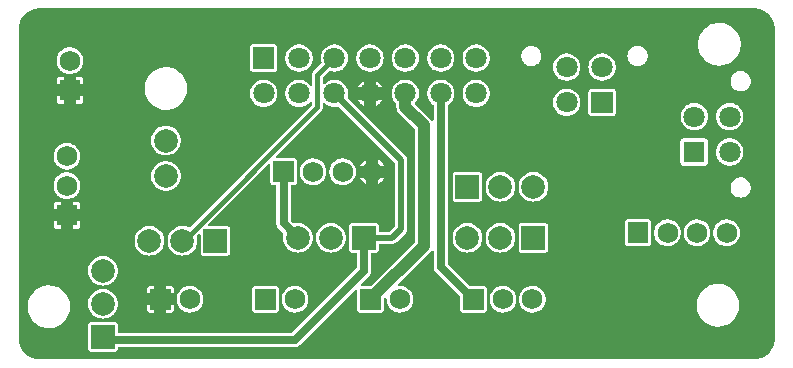
<source format=gbl>
G04 Layer: BottomLayer*
G04 EasyEDA v6.4.14, 2021-01-31T15:52:51+00:00*
G04 53acab47483b404e891b66caa61737d9,c23c5ad5fcdd482d9714491510f6a4f3,10*
G04 Gerber Generator version 0.2*
G04 Scale: 100 percent, Rotated: No, Reflected: No *
G04 Dimensions in millimeters *
G04 leading zeros omitted , absolute positions ,4 integer and 5 decimal *
%FSLAX45Y45*%
%MOMM*%

%ADD11C,0.7000*%
%ADD12C,0.4000*%
%ADD14C,1.0000*%
%ADD16C,0.5000*%
%ADD17C,0.6096*%
%ADD18C,2.0000*%
%ADD19C,1.8000*%
%ADD20R,1.8000X1.8000*%
%ADD21R,1.7500X1.7500*%
%ADD22C,1.7500*%
%ADD23R,2.0000X2.0000*%

%LPD*%
G36*
X200355Y23063D02*
G01*
X182422Y24028D01*
X165506Y26568D01*
X148945Y30784D01*
X132842Y36576D01*
X117398Y43942D01*
X102768Y52781D01*
X89052Y62991D01*
X76403Y74523D01*
X64973Y87223D01*
X54813Y100990D01*
X46075Y115671D01*
X38760Y131165D01*
X33070Y147269D01*
X28956Y163880D01*
X26517Y180797D01*
X25654Y198272D01*
X25654Y2819146D01*
X26619Y2837586D01*
X29159Y2854502D01*
X33375Y2871063D01*
X39166Y2887167D01*
X46532Y2902610D01*
X55372Y2917240D01*
X65582Y2930956D01*
X77114Y2943606D01*
X89814Y2955036D01*
X103581Y2965196D01*
X118262Y2973933D01*
X133756Y2981248D01*
X149860Y2986938D01*
X166471Y2991053D01*
X183388Y2993491D01*
X200863Y2994355D01*
X6249162Y2994355D01*
X6267602Y2993390D01*
X6284468Y2990850D01*
X6301079Y2986633D01*
X6317183Y2980842D01*
X6332575Y2973476D01*
X6347256Y2964637D01*
X6360972Y2954426D01*
X6373571Y2942894D01*
X6385052Y2930194D01*
X6395212Y2916428D01*
X6403949Y2901746D01*
X6411214Y2886252D01*
X6416954Y2870149D01*
X6421018Y2853537D01*
X6423507Y2836621D01*
X6424371Y2819146D01*
X6424371Y198272D01*
X6423406Y179832D01*
X6420866Y162915D01*
X6416649Y146354D01*
X6410858Y130251D01*
X6403492Y114808D01*
X6394653Y100177D01*
X6384391Y86461D01*
X6372910Y73812D01*
X6360160Y62382D01*
X6346393Y52222D01*
X6331712Y43484D01*
X6316218Y36169D01*
X6300114Y30480D01*
X6283502Y26365D01*
X6266586Y23926D01*
X6249162Y23063D01*
G37*

%LPC*%
G36*
X5960973Y2509215D02*
G01*
X5979515Y2510637D01*
X5997803Y2513990D01*
X6015634Y2519172D01*
X6032855Y2526182D01*
X6049314Y2534920D01*
X6064707Y2545334D01*
X6078982Y2557221D01*
X6091986Y2570581D01*
X6103518Y2585161D01*
X6113526Y2600858D01*
X6121806Y2617470D01*
X6128410Y2634894D01*
X6133134Y2652877D01*
X6135979Y2671216D01*
X6136944Y2689809D01*
X6135979Y2708402D01*
X6133134Y2726740D01*
X6128410Y2744724D01*
X6121806Y2762148D01*
X6113526Y2778760D01*
X6103518Y2794457D01*
X6091986Y2809036D01*
X6078982Y2822397D01*
X6064707Y2834284D01*
X6049314Y2844698D01*
X6032855Y2853436D01*
X6015634Y2860446D01*
X5997803Y2865628D01*
X5979515Y2868930D01*
X5960973Y2870403D01*
X5942380Y2869895D01*
X5923889Y2867507D01*
X5905804Y2863240D01*
X5888228Y2857144D01*
X5871413Y2849270D01*
X5855462Y2839669D01*
X5840577Y2828544D01*
X5826912Y2815894D01*
X5814669Y2801924D01*
X5803900Y2786735D01*
X5794705Y2770581D01*
X5787288Y2753512D01*
X5781598Y2735834D01*
X5777788Y2717596D01*
X5775909Y2699105D01*
X5775909Y2680512D01*
X5777788Y2662021D01*
X5781598Y2643784D01*
X5787288Y2626106D01*
X5794705Y2609037D01*
X5803900Y2592882D01*
X5814669Y2577693D01*
X5826912Y2563723D01*
X5840577Y2551074D01*
X5855462Y2539949D01*
X5871413Y2530348D01*
X5888228Y2522474D01*
X5905804Y2516378D01*
X5923889Y2512110D01*
X5942380Y2509723D01*
G37*
G36*
X5263337Y2505252D02*
G01*
X5275478Y2506167D01*
X5287416Y2508758D01*
X5298897Y2513025D01*
X5309616Y2518867D01*
X5319369Y2526182D01*
X5328005Y2534818D01*
X5335371Y2544622D01*
X5341213Y2555341D01*
X5345480Y2566771D01*
X5348071Y2578709D01*
X5348935Y2590901D01*
X5348071Y2603093D01*
X5345480Y2615031D01*
X5341213Y2626461D01*
X5335371Y2637180D01*
X5328005Y2646984D01*
X5319369Y2655620D01*
X5309616Y2662936D01*
X5298897Y2668778D01*
X5287416Y2673045D01*
X5275478Y2675636D01*
X5263337Y2676550D01*
X5251145Y2675636D01*
X5239207Y2673045D01*
X5227726Y2668778D01*
X5217007Y2662936D01*
X5207254Y2655620D01*
X5198618Y2646984D01*
X5191252Y2637180D01*
X5185410Y2626461D01*
X5181142Y2615031D01*
X5178552Y2603093D01*
X5177688Y2590901D01*
X5178552Y2578709D01*
X5181142Y2566771D01*
X5185410Y2555341D01*
X5191252Y2544622D01*
X5198618Y2534818D01*
X5207254Y2526182D01*
X5217007Y2518867D01*
X5227726Y2513025D01*
X5239207Y2508758D01*
X5251145Y2506167D01*
G37*
G36*
X284073Y286715D02*
G01*
X302615Y288137D01*
X320903Y291490D01*
X338734Y296672D01*
X355955Y303682D01*
X372414Y312420D01*
X387807Y322834D01*
X402082Y334721D01*
X415086Y348081D01*
X426618Y362661D01*
X436626Y378358D01*
X444906Y394970D01*
X451510Y412394D01*
X456234Y430377D01*
X459079Y448716D01*
X460044Y467309D01*
X459079Y485901D01*
X456234Y504240D01*
X451510Y522224D01*
X444906Y539648D01*
X436626Y556260D01*
X426618Y571957D01*
X415086Y586536D01*
X402082Y599897D01*
X387807Y611784D01*
X372414Y622198D01*
X355955Y630936D01*
X338734Y637946D01*
X320903Y643128D01*
X302615Y646430D01*
X284073Y647903D01*
X265480Y647395D01*
X246989Y645007D01*
X228904Y640740D01*
X211328Y634644D01*
X194513Y626770D01*
X178562Y617169D01*
X163677Y606044D01*
X150012Y593394D01*
X137769Y579424D01*
X127000Y564235D01*
X117805Y548081D01*
X110388Y531012D01*
X104698Y513334D01*
X100888Y495096D01*
X99009Y476605D01*
X99009Y458012D01*
X100888Y439521D01*
X104698Y421284D01*
X110388Y403606D01*
X117805Y386537D01*
X127000Y370382D01*
X137769Y355193D01*
X150012Y341223D01*
X163677Y328574D01*
X178562Y317449D01*
X194513Y307848D01*
X211328Y299974D01*
X228904Y293878D01*
X246989Y289610D01*
X265480Y287223D01*
G37*
G36*
X5948273Y299415D02*
G01*
X5966815Y300837D01*
X5985103Y304190D01*
X6002934Y309372D01*
X6020155Y316382D01*
X6036614Y325120D01*
X6052007Y335534D01*
X6066282Y347421D01*
X6079286Y360781D01*
X6090818Y375361D01*
X6100826Y391058D01*
X6109106Y407670D01*
X6115710Y425094D01*
X6120434Y443077D01*
X6123279Y461416D01*
X6124244Y480009D01*
X6123279Y498601D01*
X6120434Y516940D01*
X6115710Y534924D01*
X6109106Y552348D01*
X6100826Y568960D01*
X6090818Y584657D01*
X6079286Y599236D01*
X6066282Y612597D01*
X6052007Y624484D01*
X6036614Y634898D01*
X6020155Y643636D01*
X6002934Y650646D01*
X5985103Y655828D01*
X5966815Y659130D01*
X5948273Y660603D01*
X5929680Y660095D01*
X5911189Y657707D01*
X5893104Y653440D01*
X5875528Y647344D01*
X5858713Y639470D01*
X5842762Y629869D01*
X5827877Y618744D01*
X5814212Y606094D01*
X5801969Y592124D01*
X5791200Y576935D01*
X5782005Y560781D01*
X5774588Y543712D01*
X5768898Y526034D01*
X5765088Y507796D01*
X5763209Y489305D01*
X5763209Y470712D01*
X5765088Y452221D01*
X5768898Y433984D01*
X5774588Y416306D01*
X5782005Y399237D01*
X5791200Y383082D01*
X5801969Y367893D01*
X5814212Y353923D01*
X5827877Y341274D01*
X5842762Y330149D01*
X5858713Y320548D01*
X5875528Y312674D01*
X5893104Y306578D01*
X5911189Y302310D01*
X5929680Y299923D01*
G37*
G36*
X736600Y367080D02*
G01*
X751738Y367995D01*
X766673Y370738D01*
X781151Y375259D01*
X794969Y381457D01*
X807974Y389331D01*
X819912Y398678D01*
X830630Y409397D01*
X839978Y421335D01*
X847852Y434340D01*
X854049Y448157D01*
X858570Y462635D01*
X861314Y477570D01*
X862228Y492709D01*
X861314Y507847D01*
X858570Y522782D01*
X854049Y537260D01*
X847852Y551078D01*
X839978Y564083D01*
X830630Y576021D01*
X819912Y586740D01*
X807974Y596087D01*
X794969Y603961D01*
X781151Y610158D01*
X766673Y614680D01*
X751738Y617423D01*
X736600Y618337D01*
X721461Y617423D01*
X706526Y614680D01*
X692048Y610158D01*
X678230Y603961D01*
X665226Y596087D01*
X653288Y586740D01*
X642569Y576021D01*
X633222Y564083D01*
X625348Y551078D01*
X619150Y537260D01*
X614629Y522782D01*
X611886Y507847D01*
X610971Y492709D01*
X611886Y477570D01*
X614629Y462635D01*
X619150Y448157D01*
X625348Y434340D01*
X633222Y421335D01*
X642569Y409397D01*
X653288Y398678D01*
X665226Y389331D01*
X678230Y381457D01*
X692048Y375259D01*
X706526Y370738D01*
X721461Y367995D01*
G37*
G36*
X1136243Y417677D02*
G01*
X1173073Y417677D01*
X1173073Y480720D01*
X1110030Y480720D01*
X1110030Y443890D01*
X1110742Y437591D01*
X1112621Y432206D01*
X1115669Y427329D01*
X1119733Y423316D01*
X1124610Y420268D01*
X1129995Y418338D01*
G37*
G36*
X1273302Y417677D02*
G01*
X1310132Y417677D01*
X1316380Y418338D01*
X1321765Y420268D01*
X1326642Y423316D01*
X1330706Y427329D01*
X1333754Y432206D01*
X1335633Y437591D01*
X1336344Y443890D01*
X1336344Y480720D01*
X1273302Y480720D01*
G37*
G36*
X2025243Y417677D02*
G01*
X2199132Y417677D01*
X2205380Y418338D01*
X2210765Y420268D01*
X2215642Y423316D01*
X2219706Y427329D01*
X2222754Y432206D01*
X2224633Y437591D01*
X2225344Y443890D01*
X2225344Y617728D01*
X2224633Y624027D01*
X2222754Y629412D01*
X2219706Y634238D01*
X2215642Y638302D01*
X2210765Y641350D01*
X2205380Y643280D01*
X2199132Y643940D01*
X2025243Y643940D01*
X2018995Y643280D01*
X2013610Y641350D01*
X2008733Y638302D01*
X2004669Y634238D01*
X2001621Y629412D01*
X1999742Y624027D01*
X1999030Y617728D01*
X1999030Y443890D01*
X1999742Y437591D01*
X2001621Y432206D01*
X2004669Y427329D01*
X2008733Y423316D01*
X2013610Y420268D01*
X2018995Y418338D01*
G37*
G36*
X4363313Y2505252D02*
G01*
X4375505Y2506167D01*
X4387443Y2508758D01*
X4398873Y2513025D01*
X4409592Y2518867D01*
X4419396Y2526182D01*
X4428032Y2534818D01*
X4435348Y2544622D01*
X4441190Y2555341D01*
X4445457Y2566771D01*
X4448048Y2578709D01*
X4448962Y2590901D01*
X4448048Y2603093D01*
X4445457Y2615031D01*
X4441190Y2626461D01*
X4435348Y2637180D01*
X4428032Y2646984D01*
X4419396Y2655620D01*
X4409592Y2662936D01*
X4398873Y2668778D01*
X4387443Y2673045D01*
X4375505Y2675636D01*
X4363313Y2676550D01*
X4351121Y2675636D01*
X4339183Y2673045D01*
X4327753Y2668778D01*
X4317034Y2662936D01*
X4307230Y2655620D01*
X4298594Y2646984D01*
X4291279Y2637180D01*
X4285437Y2626461D01*
X4281170Y2615031D01*
X4278579Y2603093D01*
X4277664Y2590901D01*
X4278579Y2578709D01*
X4281170Y2566771D01*
X4285437Y2555341D01*
X4291279Y2544622D01*
X4298594Y2534818D01*
X4307230Y2526182D01*
X4317034Y2518867D01*
X4327753Y2513025D01*
X4339183Y2508758D01*
X4351121Y2506167D01*
G37*
G36*
X3289960Y2457704D02*
G01*
X3304489Y2457704D01*
X3318865Y2459482D01*
X3332937Y2463088D01*
X3346450Y2468473D01*
X3359150Y2475433D01*
X3370935Y2483967D01*
X3381501Y2493924D01*
X3390747Y2505100D01*
X3398520Y2517394D01*
X3404717Y2530500D01*
X3409187Y2544318D01*
X3411931Y2558592D01*
X3412845Y2573070D01*
X3411931Y2587599D01*
X3409187Y2601823D01*
X3404717Y2615641D01*
X3398520Y2628798D01*
X3390747Y2641041D01*
X3381501Y2652268D01*
X3370935Y2662174D01*
X3359150Y2670708D01*
X3346450Y2677718D01*
X3332937Y2683052D01*
X3318865Y2686659D01*
X3304489Y2688488D01*
X3289960Y2688488D01*
X3275533Y2686659D01*
X3261461Y2683052D01*
X3247948Y2677718D01*
X3235248Y2670708D01*
X3223514Y2662174D01*
X3212896Y2652268D01*
X3203651Y2641041D01*
X3195878Y2628798D01*
X3189681Y2615641D01*
X3185210Y2601823D01*
X3182467Y2587599D01*
X3181553Y2573070D01*
X3182467Y2558592D01*
X3185210Y2544318D01*
X3189681Y2530500D01*
X3195878Y2517394D01*
X3203651Y2505100D01*
X3212896Y2493924D01*
X3223514Y2483967D01*
X3235248Y2475433D01*
X3247948Y2468473D01*
X3261461Y2463088D01*
X3275533Y2459482D01*
G37*
G36*
X4377131Y417728D02*
G01*
X4391558Y419150D01*
X4405680Y422351D01*
X4419295Y427380D01*
X4432147Y434085D01*
X4444034Y442366D01*
X4454753Y452120D01*
X4464151Y463143D01*
X4472076Y475284D01*
X4478375Y488340D01*
X4482947Y502107D01*
X4485690Y516331D01*
X4486656Y530809D01*
X4485690Y545287D01*
X4482947Y559511D01*
X4478375Y573278D01*
X4472076Y586333D01*
X4464151Y598474D01*
X4454753Y609498D01*
X4444034Y619252D01*
X4432147Y627532D01*
X4419295Y634238D01*
X4405680Y639267D01*
X4391558Y642467D01*
X4377131Y643890D01*
X4362653Y643432D01*
X4348327Y641096D01*
X4334408Y636981D01*
X4321149Y631088D01*
X4308754Y623620D01*
X4297426Y614578D01*
X4287367Y604164D01*
X4278680Y592531D01*
X4271568Y579882D01*
X4266133Y566470D01*
X4262475Y552450D01*
X4260596Y538073D01*
X4260596Y523544D01*
X4262475Y509168D01*
X4266133Y495147D01*
X4271568Y481736D01*
X4278680Y469087D01*
X4287367Y457454D01*
X4297426Y447040D01*
X4308754Y437997D01*
X4321149Y430530D01*
X4334408Y424637D01*
X4348327Y420522D01*
X4362653Y418185D01*
G37*
G36*
X4127144Y417728D02*
G01*
X4141571Y419150D01*
X4155694Y422351D01*
X4169308Y427380D01*
X4182160Y434085D01*
X4194048Y442366D01*
X4204766Y452120D01*
X4214164Y463143D01*
X4222089Y475284D01*
X4228388Y488340D01*
X4232960Y502107D01*
X4235704Y516331D01*
X4236669Y530809D01*
X4235704Y545287D01*
X4232960Y559511D01*
X4228388Y573278D01*
X4222089Y586333D01*
X4214164Y598474D01*
X4204766Y609498D01*
X4194048Y619252D01*
X4182160Y627532D01*
X4169308Y634238D01*
X4155694Y639267D01*
X4141571Y642467D01*
X4127144Y643890D01*
X4112666Y643432D01*
X4098340Y641096D01*
X4084421Y636981D01*
X4071162Y631088D01*
X4058767Y623620D01*
X4047439Y614578D01*
X4037380Y604164D01*
X4028694Y592531D01*
X4021582Y579882D01*
X4016146Y566470D01*
X4012488Y552450D01*
X4010609Y538073D01*
X4010609Y523544D01*
X4012488Y509168D01*
X4016146Y495147D01*
X4021582Y481736D01*
X4028694Y469087D01*
X4037380Y457454D01*
X4047439Y447040D01*
X4058767Y437997D01*
X4071162Y430530D01*
X4084421Y424637D01*
X4098340Y420522D01*
X4112666Y418185D01*
G37*
G36*
X1476806Y417728D02*
G01*
X1491234Y419150D01*
X1505407Y422351D01*
X1518970Y427380D01*
X1531823Y434085D01*
X1543761Y442366D01*
X1554480Y452120D01*
X1563878Y463143D01*
X1571752Y475284D01*
X1578051Y488340D01*
X1582623Y502107D01*
X1585417Y516331D01*
X1586331Y530809D01*
X1585417Y545287D01*
X1582623Y559511D01*
X1578051Y573278D01*
X1571752Y586333D01*
X1563878Y598474D01*
X1554480Y609498D01*
X1543761Y619252D01*
X1531823Y627532D01*
X1518970Y634238D01*
X1505407Y639267D01*
X1491234Y642467D01*
X1476806Y643890D01*
X1462328Y643432D01*
X1448003Y641096D01*
X1434134Y636981D01*
X1420876Y631088D01*
X1408480Y623620D01*
X1397152Y614578D01*
X1387043Y604164D01*
X1378407Y592531D01*
X1371295Y579882D01*
X1365808Y566470D01*
X1362151Y552450D01*
X1360322Y538073D01*
X1360322Y523544D01*
X1362151Y509168D01*
X1365808Y495147D01*
X1371295Y481736D01*
X1378407Y469087D01*
X1387043Y457454D01*
X1397152Y447040D01*
X1408480Y437997D01*
X1420876Y430530D01*
X1434134Y424637D01*
X1448003Y420522D01*
X1462328Y418185D01*
G37*
G36*
X2365806Y417728D02*
G01*
X2380234Y419150D01*
X2394407Y422351D01*
X2407970Y427380D01*
X2420823Y434085D01*
X2432761Y442366D01*
X2443480Y452120D01*
X2452878Y463143D01*
X2460752Y475284D01*
X2467051Y488340D01*
X2471623Y502107D01*
X2474417Y516331D01*
X2475331Y530809D01*
X2474417Y545287D01*
X2471623Y559511D01*
X2467051Y573278D01*
X2460752Y586333D01*
X2452878Y598474D01*
X2443480Y609498D01*
X2432761Y619252D01*
X2420823Y627532D01*
X2407970Y634238D01*
X2394407Y639267D01*
X2380234Y642467D01*
X2365806Y643890D01*
X2351328Y643432D01*
X2337003Y641096D01*
X2323134Y636981D01*
X2309876Y631088D01*
X2297480Y623620D01*
X2286152Y614578D01*
X2276043Y604164D01*
X2267407Y592531D01*
X2260295Y579882D01*
X2254808Y566470D01*
X2251151Y552450D01*
X2249322Y538073D01*
X2249322Y523544D01*
X2251151Y509168D01*
X2254808Y495147D01*
X2260295Y481736D01*
X2267407Y469087D01*
X2276043Y457454D01*
X2286152Y447040D01*
X2297480Y437997D01*
X2309876Y430530D01*
X2323134Y424637D01*
X2337003Y420522D01*
X2351328Y418185D01*
G37*
G36*
X3589934Y2457704D02*
G01*
X3604463Y2457704D01*
X3618890Y2459482D01*
X3632962Y2463088D01*
X3646424Y2468473D01*
X3659174Y2475433D01*
X3670909Y2483967D01*
X3681476Y2493924D01*
X3690772Y2505100D01*
X3698544Y2517394D01*
X3704742Y2530500D01*
X3709212Y2544318D01*
X3711905Y2558592D01*
X3712819Y2573070D01*
X3711905Y2587599D01*
X3709212Y2601823D01*
X3704742Y2615641D01*
X3698544Y2628798D01*
X3690772Y2641041D01*
X3681476Y2652268D01*
X3670909Y2662174D01*
X3659174Y2670708D01*
X3646424Y2677718D01*
X3632962Y2683052D01*
X3618890Y2686659D01*
X3604463Y2688488D01*
X3589934Y2688488D01*
X3575558Y2686659D01*
X3561486Y2683052D01*
X3547973Y2677718D01*
X3535222Y2670708D01*
X3523487Y2662174D01*
X3512921Y2652268D01*
X3503676Y2641041D01*
X3495852Y2628798D01*
X3489706Y2615641D01*
X3485184Y2601823D01*
X3482492Y2587599D01*
X3481578Y2573070D01*
X3482492Y2558592D01*
X3485184Y2544318D01*
X3489706Y2530500D01*
X3495852Y2517394D01*
X3503676Y2505100D01*
X3512921Y2493924D01*
X3523487Y2483967D01*
X3535222Y2475433D01*
X3547973Y2468473D01*
X3561486Y2463088D01*
X3575558Y2459482D01*
G37*
G36*
X1273302Y580898D02*
G01*
X1336344Y580898D01*
X1336344Y617728D01*
X1335633Y624027D01*
X1333754Y629412D01*
X1330706Y634238D01*
X1326642Y638302D01*
X1321765Y641350D01*
X1316380Y643280D01*
X1310132Y643940D01*
X1273302Y643940D01*
G37*
G36*
X1110030Y580898D02*
G01*
X1173073Y580898D01*
X1173073Y643940D01*
X1136243Y643940D01*
X1129995Y643280D01*
X1124610Y641350D01*
X1119733Y638302D01*
X1115669Y634238D01*
X1112621Y629412D01*
X1110742Y624027D01*
X1110030Y617728D01*
G37*
G36*
X2389936Y2457704D02*
G01*
X2404465Y2457704D01*
X2418892Y2459482D01*
X2432964Y2463088D01*
X2446426Y2468473D01*
X2459177Y2475433D01*
X2470912Y2483967D01*
X2481478Y2493924D01*
X2490774Y2505100D01*
X2498547Y2517394D01*
X2504744Y2530500D01*
X2509215Y2544318D01*
X2511907Y2558592D01*
X2512822Y2573070D01*
X2511907Y2587599D01*
X2509215Y2601823D01*
X2504744Y2615641D01*
X2498547Y2628798D01*
X2490774Y2641041D01*
X2481478Y2652268D01*
X2470912Y2662174D01*
X2459177Y2670708D01*
X2446426Y2677718D01*
X2432964Y2683052D01*
X2418892Y2686659D01*
X2404465Y2688488D01*
X2389936Y2688488D01*
X2375560Y2686659D01*
X2361488Y2683052D01*
X2347976Y2677718D01*
X2335225Y2670708D01*
X2323490Y2662174D01*
X2312924Y2652268D01*
X2303678Y2641041D01*
X2295855Y2628798D01*
X2289708Y2615641D01*
X2285187Y2601823D01*
X2282494Y2587599D01*
X2281580Y2573070D01*
X2282494Y2558592D01*
X2285187Y2544318D01*
X2289708Y2530500D01*
X2295855Y2517394D01*
X2303678Y2505100D01*
X2312924Y2493924D01*
X2323490Y2483967D01*
X2335225Y2475433D01*
X2347976Y2468473D01*
X2361488Y2463088D01*
X2375560Y2459482D01*
G37*
G36*
X2989935Y2457704D02*
G01*
X3004464Y2457704D01*
X3018891Y2459482D01*
X3032963Y2463088D01*
X3046425Y2468473D01*
X3059176Y2475433D01*
X3070910Y2483967D01*
X3081477Y2493924D01*
X3090773Y2505100D01*
X3098546Y2517394D01*
X3104743Y2530500D01*
X3109214Y2544318D01*
X3111906Y2558592D01*
X3112820Y2573070D01*
X3111906Y2587599D01*
X3109214Y2601823D01*
X3104743Y2615641D01*
X3098546Y2628798D01*
X3090773Y2641041D01*
X3081477Y2652268D01*
X3070910Y2662174D01*
X3059176Y2670708D01*
X3046425Y2677718D01*
X3032963Y2683052D01*
X3018891Y2686659D01*
X3004464Y2688488D01*
X2989935Y2688488D01*
X2975559Y2686659D01*
X2961487Y2683052D01*
X2947974Y2677718D01*
X2935224Y2670708D01*
X2923489Y2662174D01*
X2912922Y2652268D01*
X2903677Y2641041D01*
X2895854Y2628798D01*
X2889707Y2615641D01*
X2885186Y2601823D01*
X2882493Y2587599D01*
X2881579Y2573070D01*
X2882493Y2558592D01*
X2885186Y2544318D01*
X2889707Y2530500D01*
X2895854Y2517394D01*
X2903677Y2505100D01*
X2912922Y2493924D01*
X2923489Y2483967D01*
X2935224Y2475433D01*
X2947974Y2468473D01*
X2961487Y2463088D01*
X2975559Y2459482D01*
G37*
G36*
X736600Y646480D02*
G01*
X751738Y647395D01*
X766673Y650138D01*
X781151Y654659D01*
X794969Y660857D01*
X807974Y668731D01*
X819912Y678078D01*
X830630Y688797D01*
X839978Y700735D01*
X847852Y713740D01*
X854049Y727557D01*
X858570Y742035D01*
X861314Y756970D01*
X862228Y772109D01*
X861314Y787247D01*
X858570Y802182D01*
X854049Y816660D01*
X847852Y830478D01*
X839978Y843483D01*
X830630Y855421D01*
X819912Y866140D01*
X807974Y875487D01*
X794969Y883361D01*
X781151Y889558D01*
X766673Y894080D01*
X751738Y896823D01*
X736600Y897737D01*
X721461Y896823D01*
X706526Y894080D01*
X692048Y889558D01*
X678230Y883361D01*
X665226Y875487D01*
X653288Y866140D01*
X642569Y855421D01*
X633222Y843483D01*
X625348Y830478D01*
X619150Y816660D01*
X614629Y802182D01*
X611886Y787247D01*
X610971Y772109D01*
X611886Y756970D01*
X614629Y742035D01*
X619150Y727557D01*
X625348Y713740D01*
X633222Y700735D01*
X642569Y688797D01*
X653288Y678078D01*
X665226Y668731D01*
X678230Y660857D01*
X692048Y654659D01*
X706526Y650138D01*
X721461Y647395D01*
G37*
G36*
X3889959Y2457704D02*
G01*
X3904487Y2457704D01*
X3918864Y2459482D01*
X3932936Y2463088D01*
X3946448Y2468473D01*
X3959148Y2475433D01*
X3970934Y2483967D01*
X3981500Y2493924D01*
X3990746Y2505100D01*
X3998518Y2517394D01*
X4004716Y2530500D01*
X4009186Y2544318D01*
X4011929Y2558592D01*
X4012844Y2573070D01*
X4011929Y2587599D01*
X4009186Y2601823D01*
X4004716Y2615641D01*
X3998518Y2628798D01*
X3990746Y2641041D01*
X3981500Y2652268D01*
X3970934Y2662174D01*
X3959148Y2670708D01*
X3946448Y2677718D01*
X3932936Y2683052D01*
X3918864Y2686659D01*
X3904487Y2688488D01*
X3889959Y2688488D01*
X3875532Y2686659D01*
X3861460Y2683052D01*
X3847947Y2677718D01*
X3835247Y2670708D01*
X3823512Y2662174D01*
X3812895Y2652268D01*
X3803650Y2641041D01*
X3795877Y2628798D01*
X3789679Y2615641D01*
X3785209Y2601823D01*
X3782466Y2587599D01*
X3781551Y2573070D01*
X3782466Y2558592D01*
X3785209Y2544318D01*
X3789679Y2530500D01*
X3795877Y2517394D01*
X3803650Y2505100D01*
X3812895Y2493924D01*
X3823512Y2483967D01*
X3835247Y2475433D01*
X3847947Y2468473D01*
X3861460Y2463088D01*
X3875532Y2459482D01*
G37*
G36*
X1130300Y900480D02*
G01*
X1145438Y901395D01*
X1160373Y904138D01*
X1174851Y908659D01*
X1188669Y914857D01*
X1201674Y922731D01*
X1213612Y932078D01*
X1224330Y942797D01*
X1233678Y954735D01*
X1241552Y967740D01*
X1247749Y981557D01*
X1252270Y996035D01*
X1255014Y1010970D01*
X1255928Y1026109D01*
X1255014Y1041247D01*
X1252270Y1056182D01*
X1247749Y1070660D01*
X1241552Y1084478D01*
X1233678Y1097483D01*
X1224330Y1109421D01*
X1213612Y1120140D01*
X1201674Y1129487D01*
X1188669Y1137361D01*
X1174851Y1143558D01*
X1160373Y1148080D01*
X1145438Y1150823D01*
X1130300Y1151737D01*
X1115161Y1150823D01*
X1100226Y1148080D01*
X1085748Y1143558D01*
X1071930Y1137361D01*
X1058926Y1129487D01*
X1046987Y1120140D01*
X1036269Y1109421D01*
X1026921Y1097483D01*
X1019048Y1084478D01*
X1012850Y1070660D01*
X1008329Y1056182D01*
X1005586Y1041247D01*
X1004671Y1026109D01*
X1005586Y1010970D01*
X1008329Y996035D01*
X1012850Y981557D01*
X1019048Y967740D01*
X1026921Y954735D01*
X1036269Y942797D01*
X1046987Y932078D01*
X1058926Y922731D01*
X1071930Y914857D01*
X1085748Y908659D01*
X1100226Y904138D01*
X1115161Y901395D01*
G37*
G36*
X2007870Y2457500D02*
G01*
X2186736Y2457500D01*
X2192985Y2458212D01*
X2198370Y2460091D01*
X2203246Y2463139D01*
X2207310Y2467203D01*
X2210358Y2472029D01*
X2212238Y2477465D01*
X2212949Y2483713D01*
X2212949Y2662580D01*
X2212238Y2668828D01*
X2210358Y2674264D01*
X2207310Y2679090D01*
X2203246Y2683154D01*
X2198370Y2686202D01*
X2192985Y2688082D01*
X2186736Y2688793D01*
X2007870Y2688793D01*
X2001570Y2688082D01*
X1996186Y2686202D01*
X1991309Y2683154D01*
X1987296Y2679090D01*
X1984248Y2674264D01*
X1982317Y2668828D01*
X1981606Y2662580D01*
X1981606Y2483713D01*
X1982317Y2477465D01*
X1984248Y2472029D01*
X1987296Y2467203D01*
X1991309Y2463139D01*
X1996186Y2460091D01*
X2001570Y2458212D01*
G37*
G36*
X4282084Y925830D02*
G01*
X4480915Y925830D01*
X4487214Y926541D01*
X4492599Y928471D01*
X4497476Y931519D01*
X4501489Y935532D01*
X4504537Y940409D01*
X4506468Y945794D01*
X4507179Y952093D01*
X4507179Y1150924D01*
X4506468Y1157224D01*
X4504537Y1162608D01*
X4501489Y1167485D01*
X4497476Y1171498D01*
X4492599Y1174546D01*
X4487214Y1176477D01*
X4480915Y1177137D01*
X4282084Y1177137D01*
X4275785Y1176477D01*
X4270400Y1174546D01*
X4265523Y1171498D01*
X4261510Y1167485D01*
X4258462Y1162608D01*
X4256532Y1157224D01*
X4255871Y1150924D01*
X4255871Y952093D01*
X4256532Y945794D01*
X4258462Y940409D01*
X4261510Y935532D01*
X4265523Y931519D01*
X4270400Y928471D01*
X4275785Y926541D01*
G37*
G36*
X3822700Y925880D02*
G01*
X3837838Y926795D01*
X3852773Y929538D01*
X3867251Y934059D01*
X3881069Y940257D01*
X3894074Y948131D01*
X3906012Y957478D01*
X3916730Y968197D01*
X3926078Y980135D01*
X3933951Y993140D01*
X3940149Y1006957D01*
X3944670Y1021435D01*
X3947414Y1036370D01*
X3948328Y1051509D01*
X3947414Y1066647D01*
X3944670Y1081582D01*
X3940149Y1096060D01*
X3933951Y1109878D01*
X3926078Y1122883D01*
X3916730Y1134821D01*
X3906012Y1145540D01*
X3894074Y1154887D01*
X3881069Y1162761D01*
X3867251Y1168958D01*
X3852773Y1173480D01*
X3837838Y1176223D01*
X3822700Y1177137D01*
X3807561Y1176223D01*
X3792626Y1173480D01*
X3778148Y1168958D01*
X3764330Y1162761D01*
X3751326Y1154887D01*
X3739387Y1145540D01*
X3728669Y1134821D01*
X3719322Y1122883D01*
X3711448Y1109878D01*
X3705250Y1096060D01*
X3700729Y1081582D01*
X3697986Y1066647D01*
X3697071Y1051509D01*
X3697986Y1036370D01*
X3700729Y1021435D01*
X3705250Y1006957D01*
X3711448Y993140D01*
X3719322Y980135D01*
X3728669Y968197D01*
X3739387Y957478D01*
X3751326Y948131D01*
X3764330Y940257D01*
X3778148Y934059D01*
X3792626Y929538D01*
X3807561Y926795D01*
G37*
G36*
X2667000Y925880D02*
G01*
X2682138Y926795D01*
X2697073Y929538D01*
X2711551Y934059D01*
X2725369Y940257D01*
X2738374Y948131D01*
X2750312Y957478D01*
X2761030Y968197D01*
X2770378Y980135D01*
X2778252Y993140D01*
X2784449Y1006957D01*
X2788970Y1021435D01*
X2791714Y1036370D01*
X2792628Y1051509D01*
X2791714Y1066647D01*
X2788970Y1081582D01*
X2784449Y1096060D01*
X2778252Y1109878D01*
X2770378Y1122883D01*
X2761030Y1134821D01*
X2750312Y1145540D01*
X2738374Y1154887D01*
X2725369Y1162761D01*
X2711551Y1168958D01*
X2697073Y1173480D01*
X2682138Y1176223D01*
X2667000Y1177137D01*
X2651861Y1176223D01*
X2636926Y1173480D01*
X2622448Y1168958D01*
X2608630Y1162761D01*
X2595626Y1154887D01*
X2583688Y1145540D01*
X2572969Y1134821D01*
X2563622Y1122883D01*
X2555748Y1109878D01*
X2549550Y1096060D01*
X2545029Y1081582D01*
X2542286Y1066647D01*
X2541371Y1051509D01*
X2542286Y1036370D01*
X2545029Y1021435D01*
X2549550Y1006957D01*
X2555748Y993140D01*
X2563622Y980135D01*
X2572969Y968197D01*
X2583688Y957478D01*
X2595626Y948131D01*
X2608630Y940257D01*
X2622448Y934059D01*
X2636926Y929538D01*
X2651861Y926795D01*
G37*
G36*
X4102100Y925880D02*
G01*
X4117238Y926795D01*
X4132173Y929538D01*
X4146651Y934059D01*
X4160469Y940257D01*
X4173474Y948131D01*
X4185412Y957478D01*
X4196130Y968197D01*
X4205478Y980135D01*
X4213352Y993140D01*
X4219549Y1006957D01*
X4224070Y1021435D01*
X4226814Y1036370D01*
X4227728Y1051509D01*
X4226814Y1066647D01*
X4224070Y1081582D01*
X4219549Y1096060D01*
X4213352Y1109878D01*
X4205478Y1122883D01*
X4196130Y1134821D01*
X4185412Y1145540D01*
X4173474Y1154887D01*
X4160469Y1162761D01*
X4146651Y1168958D01*
X4132173Y1173480D01*
X4117238Y1176223D01*
X4102100Y1177137D01*
X4086961Y1176223D01*
X4072026Y1173480D01*
X4057548Y1168958D01*
X4043730Y1162761D01*
X4030726Y1154887D01*
X4018787Y1145540D01*
X4008069Y1134821D01*
X3998722Y1122883D01*
X3990848Y1109878D01*
X3984650Y1096060D01*
X3980129Y1081582D01*
X3977386Y1066647D01*
X3976471Y1051509D01*
X3977386Y1036370D01*
X3980129Y1021435D01*
X3984650Y1006957D01*
X3990848Y993140D01*
X3998722Y980135D01*
X4008069Y968197D01*
X4018787Y957478D01*
X4030726Y948131D01*
X4043730Y940257D01*
X4057548Y934059D01*
X4072026Y929538D01*
X4086961Y926795D01*
G37*
G36*
X449935Y2437231D02*
G01*
X464464Y2437231D01*
X478840Y2439060D01*
X492861Y2442718D01*
X506272Y2448204D01*
X518922Y2455316D01*
X530555Y2463952D01*
X540969Y2474061D01*
X550011Y2485390D01*
X557479Y2497785D01*
X563372Y2511044D01*
X567486Y2524912D01*
X569823Y2539238D01*
X570280Y2553716D01*
X568858Y2568143D01*
X565658Y2582316D01*
X560628Y2595880D01*
X553923Y2608732D01*
X545642Y2620670D01*
X535889Y2631389D01*
X524865Y2640787D01*
X512724Y2648661D01*
X499668Y2654960D01*
X485901Y2659532D01*
X471678Y2662326D01*
X457200Y2663240D01*
X442722Y2662326D01*
X428498Y2659532D01*
X414731Y2654960D01*
X401675Y2648661D01*
X389534Y2640787D01*
X378510Y2631389D01*
X368757Y2620670D01*
X360476Y2608732D01*
X353771Y2595880D01*
X348742Y2582316D01*
X345541Y2568143D01*
X344119Y2553716D01*
X344576Y2539238D01*
X346913Y2524912D01*
X351028Y2511044D01*
X356920Y2497785D01*
X364388Y2485390D01*
X373430Y2474061D01*
X383844Y2463952D01*
X395478Y2455316D01*
X408127Y2448204D01*
X421538Y2442718D01*
X435559Y2439060D01*
G37*
G36*
X5180380Y980541D02*
G01*
X5354218Y980541D01*
X5360466Y981252D01*
X5365902Y983132D01*
X5370728Y986180D01*
X5374792Y990244D01*
X5377840Y995070D01*
X5379720Y1000506D01*
X5380431Y1006754D01*
X5380431Y1180592D01*
X5379720Y1186891D01*
X5377840Y1192276D01*
X5374792Y1197152D01*
X5370728Y1201166D01*
X5365902Y1204214D01*
X5360466Y1206144D01*
X5354218Y1206855D01*
X5180380Y1206855D01*
X5174081Y1206144D01*
X5168696Y1204214D01*
X5163820Y1201166D01*
X5159806Y1197152D01*
X5156758Y1192276D01*
X5154828Y1186891D01*
X5154168Y1180592D01*
X5154168Y1006754D01*
X5154828Y1000506D01*
X5156758Y995070D01*
X5159806Y990244D01*
X5163820Y986180D01*
X5168696Y983132D01*
X5174081Y981252D01*
G37*
G36*
X5520842Y980592D02*
G01*
X5535269Y982014D01*
X5549442Y985215D01*
X5563006Y990244D01*
X5575858Y996950D01*
X5587746Y1005230D01*
X5598515Y1014984D01*
X5607913Y1026007D01*
X5615787Y1038148D01*
X5622086Y1051204D01*
X5626658Y1064971D01*
X5629452Y1079195D01*
X5630367Y1093673D01*
X5629452Y1108151D01*
X5626658Y1122375D01*
X5622086Y1136142D01*
X5615787Y1149197D01*
X5607913Y1161338D01*
X5598515Y1172362D01*
X5587746Y1182116D01*
X5575858Y1190447D01*
X5563006Y1197152D01*
X5549442Y1202131D01*
X5535269Y1205382D01*
X5520842Y1206754D01*
X5506364Y1206296D01*
X5492038Y1203960D01*
X5478170Y1199845D01*
X5464911Y1194003D01*
X5452516Y1186484D01*
X5441188Y1177442D01*
X5431078Y1167028D01*
X5422442Y1155395D01*
X5415280Y1142746D01*
X5409844Y1129334D01*
X5406186Y1115314D01*
X5404358Y1100937D01*
X5404358Y1086408D01*
X5406186Y1072032D01*
X5409844Y1058011D01*
X5415280Y1044600D01*
X5422442Y1031951D01*
X5431078Y1020368D01*
X5441188Y1009954D01*
X5452516Y1000912D01*
X5464911Y993394D01*
X5478170Y987501D01*
X5492038Y983386D01*
X5506364Y981049D01*
G37*
G36*
X5770930Y980592D02*
G01*
X5785358Y982014D01*
X5799480Y985215D01*
X5813094Y990244D01*
X5825947Y996950D01*
X5837834Y1005230D01*
X5848553Y1014984D01*
X5857951Y1026007D01*
X5865876Y1038148D01*
X5872175Y1051204D01*
X5876747Y1064971D01*
X5879490Y1079195D01*
X5880404Y1093673D01*
X5879490Y1108151D01*
X5876747Y1122375D01*
X5872175Y1136142D01*
X5865876Y1149197D01*
X5857951Y1161338D01*
X5848553Y1172362D01*
X5837834Y1182116D01*
X5825947Y1190447D01*
X5813094Y1197152D01*
X5799480Y1202131D01*
X5785358Y1205382D01*
X5770930Y1206754D01*
X5756452Y1206296D01*
X5742127Y1203960D01*
X5728208Y1199845D01*
X5714949Y1194003D01*
X5702554Y1186484D01*
X5691225Y1177442D01*
X5681167Y1167028D01*
X5672480Y1155395D01*
X5665368Y1142746D01*
X5659932Y1129334D01*
X5656275Y1115314D01*
X5654395Y1100937D01*
X5654395Y1086408D01*
X5656275Y1072032D01*
X5659932Y1058011D01*
X5665368Y1044600D01*
X5672480Y1031951D01*
X5681167Y1020368D01*
X5691225Y1009954D01*
X5702554Y1000912D01*
X5714949Y993394D01*
X5728208Y987501D01*
X5742127Y983386D01*
X5756452Y981049D01*
G37*
G36*
X6020968Y980592D02*
G01*
X6035395Y982014D01*
X6049568Y985215D01*
X6063132Y990244D01*
X6075984Y996950D01*
X6087872Y1005230D01*
X6098641Y1014984D01*
X6108039Y1026007D01*
X6115913Y1038148D01*
X6122212Y1051204D01*
X6126784Y1064971D01*
X6129578Y1079195D01*
X6130493Y1093673D01*
X6129578Y1108151D01*
X6126784Y1122375D01*
X6122212Y1136142D01*
X6115913Y1149197D01*
X6108039Y1161338D01*
X6098641Y1172362D01*
X6087872Y1182116D01*
X6075984Y1190447D01*
X6063132Y1197152D01*
X6049568Y1202131D01*
X6035395Y1205382D01*
X6020968Y1206754D01*
X6006490Y1206296D01*
X5992164Y1203960D01*
X5978296Y1199845D01*
X5965037Y1194003D01*
X5952642Y1186484D01*
X5941314Y1177442D01*
X5931204Y1167028D01*
X5922568Y1155395D01*
X5915406Y1142746D01*
X5909970Y1129334D01*
X5906312Y1115314D01*
X5904484Y1100937D01*
X5904484Y1086408D01*
X5906312Y1072032D01*
X5909970Y1058011D01*
X5915406Y1044600D01*
X5922568Y1031951D01*
X5931204Y1020368D01*
X5941314Y1009954D01*
X5952642Y1000912D01*
X5965037Y993394D01*
X5978296Y987501D01*
X5992164Y983386D01*
X6006490Y981049D01*
G37*
G36*
X4956048Y2381504D02*
G01*
X4970576Y2381504D01*
X4985004Y2383332D01*
X4999024Y2386939D01*
X5012537Y2392273D01*
X5025288Y2399284D01*
X5037023Y2407818D01*
X5047589Y2417724D01*
X5056886Y2428951D01*
X5064658Y2441194D01*
X5070805Y2454351D01*
X5075326Y2468118D01*
X5078018Y2482392D01*
X5078933Y2496870D01*
X5078018Y2511399D01*
X5075326Y2525674D01*
X5070805Y2539441D01*
X5064658Y2552598D01*
X5056886Y2564841D01*
X5047589Y2576068D01*
X5037023Y2585974D01*
X5025288Y2594508D01*
X5012537Y2601518D01*
X4999024Y2606852D01*
X4985004Y2610459D01*
X4970576Y2612288D01*
X4956048Y2612288D01*
X4941620Y2610459D01*
X4927600Y2606852D01*
X4914087Y2601518D01*
X4901336Y2594508D01*
X4889601Y2585974D01*
X4879035Y2576068D01*
X4869738Y2564841D01*
X4861966Y2552598D01*
X4855819Y2539441D01*
X4851298Y2525674D01*
X4848606Y2511399D01*
X4847691Y2496870D01*
X4848606Y2482392D01*
X4851298Y2468118D01*
X4855819Y2454351D01*
X4861966Y2441194D01*
X4869738Y2428951D01*
X4879035Y2417724D01*
X4889601Y2407818D01*
X4901336Y2399284D01*
X4914087Y2392273D01*
X4927600Y2386939D01*
X4941620Y2383332D01*
G37*
G36*
X481888Y1128877D02*
G01*
X518718Y1128877D01*
X525018Y1129538D01*
X530402Y1131468D01*
X535279Y1134516D01*
X539292Y1138580D01*
X542340Y1143406D01*
X544271Y1148842D01*
X544931Y1155090D01*
X544931Y1191920D01*
X481888Y1191920D01*
G37*
G36*
X344881Y1128877D02*
G01*
X381711Y1128877D01*
X381711Y1191920D01*
X318668Y1191920D01*
X318668Y1155090D01*
X319328Y1148842D01*
X321259Y1143406D01*
X324307Y1138580D01*
X328320Y1134516D01*
X333197Y1131468D01*
X338582Y1129538D01*
G37*
G36*
X4656074Y2381504D02*
G01*
X4670552Y2381504D01*
X4684979Y2383332D01*
X4699050Y2386939D01*
X4712563Y2392273D01*
X4725263Y2399284D01*
X4736998Y2407818D01*
X4747615Y2417724D01*
X4756861Y2428951D01*
X4764633Y2441194D01*
X4770831Y2454351D01*
X4775301Y2468118D01*
X4778044Y2482392D01*
X4778959Y2496870D01*
X4778044Y2511399D01*
X4775301Y2525674D01*
X4770831Y2539441D01*
X4764633Y2552598D01*
X4756861Y2564841D01*
X4747615Y2576068D01*
X4736998Y2585974D01*
X4725263Y2594508D01*
X4712563Y2601518D01*
X4699050Y2606852D01*
X4684979Y2610459D01*
X4670552Y2612288D01*
X4656074Y2612288D01*
X4641646Y2610459D01*
X4627575Y2606852D01*
X4614062Y2601518D01*
X4601362Y2594508D01*
X4589627Y2585974D01*
X4579010Y2576068D01*
X4569764Y2564841D01*
X4561992Y2552598D01*
X4555794Y2539441D01*
X4551324Y2525674D01*
X4548581Y2511399D01*
X4547666Y2496870D01*
X4548581Y2482392D01*
X4551324Y2468118D01*
X4555794Y2454351D01*
X4561992Y2441194D01*
X4569764Y2428951D01*
X4579010Y2417724D01*
X4589627Y2407818D01*
X4601362Y2399284D01*
X4614062Y2392273D01*
X4627575Y2386939D01*
X4641646Y2383332D01*
G37*
G36*
X344068Y2350211D02*
G01*
X407111Y2350211D01*
X407111Y2413254D01*
X370281Y2413254D01*
X363982Y2412542D01*
X358597Y2410663D01*
X353720Y2407615D01*
X349707Y2403551D01*
X346659Y2398674D01*
X344728Y2393289D01*
X344068Y2387041D01*
G37*
G36*
X318668Y1292098D02*
G01*
X381711Y1292098D01*
X381711Y1355140D01*
X344881Y1355140D01*
X338582Y1354480D01*
X333197Y1352550D01*
X328320Y1349502D01*
X324307Y1345488D01*
X321259Y1340612D01*
X319328Y1335227D01*
X318668Y1328928D01*
G37*
G36*
X481888Y1292098D02*
G01*
X544931Y1292098D01*
X544931Y1328928D01*
X544271Y1335227D01*
X542340Y1340612D01*
X539292Y1345488D01*
X535279Y1349502D01*
X530402Y1352550D01*
X525018Y1354480D01*
X518718Y1355140D01*
X481888Y1355140D01*
G37*
G36*
X3723284Y1357630D02*
G01*
X3922115Y1357630D01*
X3928414Y1358341D01*
X3933799Y1360271D01*
X3938676Y1363319D01*
X3942689Y1367332D01*
X3945737Y1372209D01*
X3947668Y1377594D01*
X3948379Y1383893D01*
X3948379Y1582724D01*
X3947668Y1589024D01*
X3945737Y1594408D01*
X3942689Y1599285D01*
X3938676Y1603298D01*
X3933799Y1606346D01*
X3928414Y1608277D01*
X3922115Y1608937D01*
X3723284Y1608937D01*
X3716985Y1608277D01*
X3711600Y1606346D01*
X3706723Y1603298D01*
X3702710Y1599285D01*
X3699662Y1594408D01*
X3697732Y1589024D01*
X3697071Y1582724D01*
X3697071Y1383893D01*
X3697732Y1377594D01*
X3699662Y1372209D01*
X3702710Y1367332D01*
X3706723Y1363319D01*
X3711600Y1360271D01*
X3716985Y1358341D01*
G37*
G36*
X4381500Y1357680D02*
G01*
X4396638Y1358595D01*
X4411573Y1361338D01*
X4426051Y1365859D01*
X4439869Y1372057D01*
X4452874Y1379931D01*
X4464812Y1389278D01*
X4475530Y1399997D01*
X4484878Y1411935D01*
X4492752Y1424940D01*
X4498949Y1438757D01*
X4503470Y1453235D01*
X4506214Y1468170D01*
X4507128Y1483309D01*
X4506214Y1498447D01*
X4503470Y1513382D01*
X4498949Y1527860D01*
X4492752Y1541678D01*
X4484878Y1554683D01*
X4475530Y1566621D01*
X4464812Y1577340D01*
X4452874Y1586687D01*
X4439869Y1594561D01*
X4426051Y1600758D01*
X4411573Y1605280D01*
X4396638Y1608023D01*
X4381500Y1608937D01*
X4366361Y1608023D01*
X4351426Y1605280D01*
X4336948Y1600758D01*
X4323130Y1594561D01*
X4310126Y1586687D01*
X4298188Y1577340D01*
X4287469Y1566621D01*
X4278122Y1554683D01*
X4270248Y1541678D01*
X4264050Y1527860D01*
X4259529Y1513382D01*
X4256786Y1498447D01*
X4255871Y1483309D01*
X4256786Y1468170D01*
X4259529Y1453235D01*
X4264050Y1438757D01*
X4270248Y1424940D01*
X4278122Y1411935D01*
X4287469Y1399997D01*
X4298188Y1389278D01*
X4310126Y1379931D01*
X4323130Y1372057D01*
X4336948Y1365859D01*
X4351426Y1361338D01*
X4366361Y1358595D01*
G37*
G36*
X4102100Y1357680D02*
G01*
X4117238Y1358595D01*
X4132173Y1361338D01*
X4146651Y1365859D01*
X4160469Y1372057D01*
X4173474Y1379931D01*
X4185412Y1389278D01*
X4196130Y1399997D01*
X4205478Y1411935D01*
X4213352Y1424940D01*
X4219549Y1438757D01*
X4224070Y1453235D01*
X4226814Y1468170D01*
X4227728Y1483309D01*
X4226814Y1498447D01*
X4224070Y1513382D01*
X4219549Y1527860D01*
X4213352Y1541678D01*
X4205478Y1554683D01*
X4196130Y1566621D01*
X4185412Y1577340D01*
X4173474Y1586687D01*
X4160469Y1594561D01*
X4146651Y1600758D01*
X4132173Y1605280D01*
X4117238Y1608023D01*
X4102100Y1608937D01*
X4086961Y1608023D01*
X4072026Y1605280D01*
X4057548Y1600758D01*
X4043730Y1594561D01*
X4030726Y1586687D01*
X4018787Y1577340D01*
X4008069Y1566621D01*
X3998722Y1554683D01*
X3990848Y1541678D01*
X3984650Y1527860D01*
X3980129Y1513382D01*
X3977386Y1498447D01*
X3976471Y1483309D01*
X3977386Y1468170D01*
X3980129Y1453235D01*
X3984650Y1438757D01*
X3990848Y1424940D01*
X3998722Y1411935D01*
X4008069Y1399997D01*
X4018787Y1389278D01*
X4030726Y1379931D01*
X4043730Y1372057D01*
X4057548Y1365859D01*
X4072026Y1361338D01*
X4086961Y1358595D01*
G37*
G36*
X424535Y1379118D02*
G01*
X439064Y1379118D01*
X453440Y1380998D01*
X467461Y1384655D01*
X480872Y1390091D01*
X493522Y1397203D01*
X505155Y1405890D01*
X515569Y1415948D01*
X524611Y1427276D01*
X532079Y1439672D01*
X537972Y1452930D01*
X542086Y1466850D01*
X544423Y1481175D01*
X544880Y1495653D01*
X543458Y1510080D01*
X540258Y1524203D01*
X535228Y1537817D01*
X528523Y1550670D01*
X520242Y1562557D01*
X510489Y1573276D01*
X499465Y1582674D01*
X487324Y1590598D01*
X474268Y1596898D01*
X460501Y1601470D01*
X446278Y1604213D01*
X431800Y1605178D01*
X417322Y1604213D01*
X403098Y1601470D01*
X389331Y1596898D01*
X376275Y1590598D01*
X364134Y1582674D01*
X353110Y1573276D01*
X343357Y1562557D01*
X335076Y1550670D01*
X328371Y1537817D01*
X323342Y1524203D01*
X320141Y1510080D01*
X318719Y1495653D01*
X319176Y1481175D01*
X321513Y1466850D01*
X325628Y1452930D01*
X331520Y1439672D01*
X338988Y1427276D01*
X348030Y1415948D01*
X358444Y1405890D01*
X370078Y1397203D01*
X382727Y1390091D01*
X396138Y1384655D01*
X410159Y1380998D01*
G37*
G36*
X6136792Y1392174D02*
G01*
X6148984Y1393037D01*
X6160922Y1395628D01*
X6172352Y1399895D01*
X6183071Y1405788D01*
X6192875Y1413103D01*
X6201511Y1421739D01*
X6208826Y1431493D01*
X6214668Y1442212D01*
X6218936Y1453692D01*
X6221526Y1465630D01*
X6222441Y1477822D01*
X6221526Y1490014D01*
X6218936Y1501952D01*
X6214668Y1513382D01*
X6208826Y1524101D01*
X6201511Y1533855D01*
X6192875Y1542542D01*
X6183071Y1549857D01*
X6172352Y1555699D01*
X6160922Y1559966D01*
X6148984Y1562557D01*
X6136792Y1563420D01*
X6124600Y1562557D01*
X6112662Y1559966D01*
X6101232Y1555699D01*
X6090513Y1549857D01*
X6080709Y1542542D01*
X6072073Y1533855D01*
X6064758Y1524101D01*
X6058916Y1513382D01*
X6054648Y1501952D01*
X6052058Y1490014D01*
X6051143Y1477822D01*
X6052058Y1465630D01*
X6054648Y1453692D01*
X6058916Y1442212D01*
X6064758Y1431493D01*
X6072073Y1421739D01*
X6080709Y1413103D01*
X6090513Y1405788D01*
X6101232Y1399895D01*
X6112662Y1395628D01*
X6124600Y1393037D01*
G37*
G36*
X637184Y87630D02*
G01*
X836015Y87630D01*
X842314Y88341D01*
X847699Y90271D01*
X852576Y93319D01*
X856589Y97332D01*
X859637Y102209D01*
X861568Y107594D01*
X862279Y113893D01*
X862279Y117094D01*
X863041Y121005D01*
X865225Y124256D01*
X868527Y126492D01*
X872388Y127254D01*
X2361895Y127254D01*
X2369921Y127762D01*
X2379726Y129844D01*
X2381707Y130454D01*
X2389022Y133502D01*
X2390902Y134467D01*
X2399284Y139903D01*
X2405329Y145237D01*
X2870708Y610616D01*
X2874010Y612800D01*
X2877870Y613613D01*
X2881782Y612800D01*
X2885033Y610616D01*
X2887268Y607314D01*
X2888030Y603453D01*
X2888030Y443890D01*
X2888742Y437591D01*
X2890621Y432206D01*
X2893669Y427329D01*
X2897733Y423316D01*
X2902610Y420268D01*
X2907995Y418338D01*
X2914243Y417677D01*
X3088132Y417677D01*
X3094380Y418338D01*
X3099765Y420268D01*
X3104642Y423316D01*
X3108706Y427329D01*
X3111754Y432206D01*
X3113633Y437591D01*
X3114344Y443890D01*
X3114344Y532790D01*
X3115106Y536651D01*
X3117342Y539953D01*
X3120948Y543610D01*
X3124250Y545795D01*
X3128162Y546557D01*
X3132023Y545795D01*
X3135325Y543610D01*
X3137509Y540308D01*
X3138322Y536397D01*
X3138322Y523544D01*
X3140151Y509168D01*
X3143808Y495147D01*
X3149295Y481736D01*
X3156407Y469087D01*
X3165043Y457454D01*
X3175152Y447040D01*
X3186480Y437997D01*
X3198876Y430530D01*
X3212134Y424637D01*
X3226003Y420522D01*
X3240328Y418185D01*
X3254806Y417728D01*
X3269234Y419150D01*
X3283407Y422351D01*
X3296970Y427380D01*
X3309823Y434085D01*
X3321761Y442366D01*
X3332479Y452120D01*
X3341878Y463143D01*
X3349751Y475284D01*
X3356051Y488340D01*
X3360623Y502107D01*
X3363417Y516331D01*
X3364331Y530809D01*
X3363417Y545287D01*
X3360623Y559511D01*
X3356051Y573278D01*
X3349751Y586333D01*
X3341878Y598474D01*
X3332479Y609498D01*
X3321761Y619252D01*
X3309823Y627532D01*
X3296970Y634238D01*
X3283407Y639267D01*
X3269234Y642467D01*
X3254806Y643890D01*
X3245815Y643585D01*
X3241852Y644245D01*
X3238449Y646430D01*
X3236163Y649732D01*
X3235299Y653643D01*
X3236061Y657606D01*
X3238296Y660908D01*
X3509721Y932434D01*
X3515309Y939139D01*
X3517950Y943102D01*
X3520998Y946099D01*
X3525062Y947572D01*
X3529329Y947216D01*
X3533089Y945134D01*
X3535629Y941679D01*
X3536543Y937514D01*
X3536543Y807415D01*
X3537051Y799388D01*
X3539134Y789584D01*
X3542792Y780288D01*
X3543757Y778408D01*
X3549192Y770026D01*
X3554526Y763981D01*
X3757371Y561136D01*
X3759555Y557885D01*
X3760368Y553974D01*
X3760368Y443890D01*
X3761028Y437591D01*
X3762959Y432206D01*
X3766007Y427329D01*
X3770071Y423316D01*
X3774897Y420268D01*
X3780332Y418338D01*
X3786581Y417677D01*
X3960418Y417677D01*
X3966718Y418338D01*
X3972102Y420268D01*
X3976979Y423316D01*
X3980992Y427329D01*
X3984040Y432206D01*
X3985971Y437591D01*
X3986631Y443890D01*
X3986631Y617728D01*
X3985971Y624027D01*
X3984040Y629412D01*
X3980992Y634238D01*
X3976979Y638302D01*
X3972102Y641350D01*
X3966718Y643280D01*
X3960418Y643940D01*
X3850335Y643940D01*
X3846423Y644753D01*
X3843172Y646938D01*
X3660851Y829259D01*
X3658615Y832561D01*
X3657854Y836421D01*
X3657854Y2169312D01*
X3658362Y2172462D01*
X3659784Y2175306D01*
X3662019Y2177542D01*
X3670909Y2183993D01*
X3681476Y2193950D01*
X3690772Y2205126D01*
X3698544Y2217369D01*
X3704742Y2230526D01*
X3709212Y2244344D01*
X3711905Y2258618D01*
X3712819Y2273096D01*
X3711905Y2287574D01*
X3709212Y2301849D01*
X3704742Y2315667D01*
X3698544Y2328773D01*
X3690772Y2341067D01*
X3681476Y2352243D01*
X3670909Y2362200D01*
X3659174Y2370734D01*
X3646424Y2377694D01*
X3632962Y2383078D01*
X3618890Y2386685D01*
X3604463Y2388514D01*
X3589934Y2388514D01*
X3575558Y2386685D01*
X3561486Y2383078D01*
X3547973Y2377694D01*
X3535222Y2370734D01*
X3523487Y2362200D01*
X3512921Y2352243D01*
X3503676Y2341067D01*
X3495852Y2328773D01*
X3489706Y2315667D01*
X3485184Y2301849D01*
X3482492Y2287574D01*
X3481578Y2273096D01*
X3482492Y2258618D01*
X3485184Y2244344D01*
X3489706Y2230526D01*
X3495852Y2217369D01*
X3503676Y2205126D01*
X3512921Y2193950D01*
X3523487Y2183993D01*
X3532378Y2177542D01*
X3534613Y2175306D01*
X3536035Y2172462D01*
X3536543Y2169312D01*
X3536543Y2050542D01*
X3535629Y2046376D01*
X3533089Y2042922D01*
X3529329Y2040839D01*
X3525062Y2040483D01*
X3520998Y2041906D01*
X3517950Y2044903D01*
X3515258Y2048916D01*
X3509721Y2055622D01*
X3383483Y2181910D01*
X3381400Y2184958D01*
X3380536Y2188616D01*
X3381044Y2192324D01*
X3382873Y2195576D01*
X3390747Y2205126D01*
X3398520Y2217369D01*
X3404717Y2230526D01*
X3409187Y2244344D01*
X3411931Y2258618D01*
X3412845Y2273096D01*
X3411931Y2287574D01*
X3409187Y2301849D01*
X3404717Y2315667D01*
X3398520Y2328773D01*
X3390747Y2341067D01*
X3381501Y2352243D01*
X3370935Y2362200D01*
X3359150Y2370734D01*
X3346450Y2377694D01*
X3332937Y2383078D01*
X3318865Y2386685D01*
X3304489Y2388514D01*
X3289960Y2388514D01*
X3275533Y2386685D01*
X3261461Y2383078D01*
X3247948Y2377694D01*
X3235248Y2370734D01*
X3223514Y2362200D01*
X3212896Y2352243D01*
X3203651Y2341067D01*
X3195878Y2328773D01*
X3189681Y2315667D01*
X3185210Y2301849D01*
X3182467Y2287574D01*
X3181553Y2273096D01*
X3182467Y2258618D01*
X3185210Y2244344D01*
X3189681Y2230526D01*
X3195878Y2217369D01*
X3203651Y2205126D01*
X3212896Y2193950D01*
X3218332Y2188819D01*
X3220720Y2185466D01*
X3221532Y2181453D01*
X3221583Y2158492D01*
X3222447Y2149754D01*
X3222853Y2147316D01*
X3224987Y2138730D01*
X3225749Y2136394D01*
X3229102Y2128215D01*
X3230219Y2126030D01*
X3234791Y2118461D01*
X3236214Y2116429D01*
X3241852Y2109622D01*
X3375761Y1975662D01*
X3377996Y1972360D01*
X3378758Y1968449D01*
X3378758Y1019556D01*
X3377996Y1015695D01*
X3375761Y1012393D01*
X3010306Y646938D01*
X3007004Y644753D01*
X3003143Y643940D01*
X2928569Y643940D01*
X2924657Y644753D01*
X2921355Y646938D01*
X2919171Y650240D01*
X2918409Y654100D01*
X2919171Y658012D01*
X2921355Y661314D01*
X2989072Y728980D01*
X2994406Y735025D01*
X2999841Y743407D01*
X3000806Y745286D01*
X3003854Y752602D01*
X3006242Y762355D01*
X3006547Y764387D01*
X3007055Y772414D01*
X3007055Y915669D01*
X3007817Y919581D01*
X3010052Y922883D01*
X3013303Y925068D01*
X3017215Y925830D01*
X3045815Y925830D01*
X3052114Y926541D01*
X3057499Y928471D01*
X3062376Y931519D01*
X3066389Y935532D01*
X3069437Y940409D01*
X3071368Y945794D01*
X3072079Y952093D01*
X3072079Y990701D01*
X3072841Y994562D01*
X3075025Y997864D01*
X3078327Y1000099D01*
X3082239Y1000861D01*
X3187496Y1000861D01*
X3192119Y1001064D01*
X3196488Y1001623D01*
X3200806Y1002588D01*
X3205022Y1003909D01*
X3209086Y1005586D01*
X3212998Y1007668D01*
X3216757Y1010005D01*
X3220262Y1012698D01*
X3223666Y1015847D01*
X3299561Y1091742D01*
X3302711Y1095146D01*
X3305403Y1098651D01*
X3307740Y1102410D01*
X3309823Y1106322D01*
X3311499Y1110386D01*
X3312820Y1114602D01*
X3313785Y1118920D01*
X3314344Y1123289D01*
X3314547Y1127912D01*
X3314547Y1706118D01*
X3314344Y1710740D01*
X3313785Y1715109D01*
X3312820Y1719427D01*
X3311499Y1723643D01*
X3309823Y1727707D01*
X3307740Y1731619D01*
X3305403Y1735378D01*
X3302711Y1738884D01*
X3299561Y1742287D01*
X2810764Y2231136D01*
X2808630Y2234184D01*
X2807766Y2237740D01*
X2808274Y2241448D01*
X2809189Y2244344D01*
X2811932Y2258618D01*
X2812846Y2273096D01*
X2811932Y2287574D01*
X2809189Y2301849D01*
X2804718Y2315667D01*
X2798521Y2328773D01*
X2790748Y2341067D01*
X2781503Y2352243D01*
X2770936Y2362200D01*
X2759151Y2370734D01*
X2746451Y2377694D01*
X2732938Y2383078D01*
X2718866Y2386685D01*
X2704490Y2388514D01*
X2689961Y2388514D01*
X2675534Y2386685D01*
X2661462Y2383078D01*
X2647950Y2377694D01*
X2635250Y2370734D01*
X2623515Y2362200D01*
X2615488Y2354630D01*
X2612136Y2352548D01*
X2608326Y2351887D01*
X2604465Y2352751D01*
X2601264Y2354935D01*
X2599131Y2358186D01*
X2598369Y2362047D01*
X2598369Y2405430D01*
X2599131Y2409342D01*
X2601315Y2412644D01*
X2649829Y2461158D01*
X2653080Y2463292D01*
X2656890Y2464104D01*
X2675534Y2459482D01*
X2689961Y2457704D01*
X2704490Y2457704D01*
X2718866Y2459482D01*
X2732938Y2463088D01*
X2746451Y2468473D01*
X2759151Y2475433D01*
X2770936Y2483967D01*
X2781503Y2493924D01*
X2790748Y2505100D01*
X2798521Y2517394D01*
X2804718Y2530500D01*
X2809189Y2544318D01*
X2811932Y2558592D01*
X2812846Y2573070D01*
X2811932Y2587599D01*
X2809189Y2601823D01*
X2804718Y2615641D01*
X2798521Y2628798D01*
X2790748Y2641041D01*
X2781503Y2652268D01*
X2770936Y2662174D01*
X2759151Y2670708D01*
X2746451Y2677718D01*
X2732938Y2683052D01*
X2718866Y2686659D01*
X2704490Y2688488D01*
X2689961Y2688488D01*
X2675534Y2686659D01*
X2661462Y2683052D01*
X2647950Y2677718D01*
X2635250Y2670708D01*
X2623515Y2662174D01*
X2612898Y2652268D01*
X2603652Y2641041D01*
X2595880Y2628798D01*
X2589682Y2615641D01*
X2585212Y2601823D01*
X2582468Y2587599D01*
X2581554Y2573070D01*
X2582468Y2558592D01*
X2585212Y2544318D01*
X2587853Y2536139D01*
X2588361Y2532481D01*
X2587498Y2528874D01*
X2585364Y2525826D01*
X2519222Y2459583D01*
X2513939Y2452573D01*
X2510180Y2445054D01*
X2507843Y2436977D01*
X2507030Y2428087D01*
X2507030Y2349601D01*
X2506218Y2345537D01*
X2503830Y2342184D01*
X2500325Y2340000D01*
X2496261Y2339441D01*
X2492298Y2340508D01*
X2489047Y2343099D01*
X2481478Y2352243D01*
X2470912Y2362200D01*
X2459177Y2370734D01*
X2446426Y2377694D01*
X2432964Y2383078D01*
X2418892Y2386685D01*
X2404465Y2388514D01*
X2389936Y2388514D01*
X2375560Y2386685D01*
X2361488Y2383078D01*
X2347976Y2377694D01*
X2335225Y2370734D01*
X2323490Y2362200D01*
X2312924Y2352243D01*
X2303678Y2341067D01*
X2295855Y2328773D01*
X2289708Y2315667D01*
X2285187Y2301849D01*
X2282494Y2287574D01*
X2281580Y2273096D01*
X2282494Y2258618D01*
X2285187Y2244344D01*
X2289708Y2230526D01*
X2295855Y2217369D01*
X2303678Y2205126D01*
X2312924Y2193950D01*
X2323490Y2183993D01*
X2335225Y2175459D01*
X2347976Y2168448D01*
X2361488Y2163114D01*
X2375560Y2159508D01*
X2389936Y2157679D01*
X2404465Y2157679D01*
X2418892Y2159508D01*
X2432964Y2163114D01*
X2446426Y2168448D01*
X2459177Y2175459D01*
X2470912Y2183993D01*
X2481478Y2193950D01*
X2489047Y2203043D01*
X2492298Y2205634D01*
X2496261Y2206752D01*
X2500325Y2206142D01*
X2503830Y2204008D01*
X2506218Y2200605D01*
X2507030Y2196592D01*
X2507030Y2179523D01*
X2506268Y2175662D01*
X2504084Y2172360D01*
X1473708Y1141984D01*
X1470355Y1139748D01*
X1466342Y1139037D01*
X1462379Y1139901D01*
X1454251Y1143558D01*
X1439773Y1148080D01*
X1424838Y1150823D01*
X1409700Y1151737D01*
X1394561Y1150823D01*
X1379626Y1148080D01*
X1365148Y1143558D01*
X1351330Y1137361D01*
X1338326Y1129487D01*
X1326388Y1120140D01*
X1315669Y1109421D01*
X1306322Y1097483D01*
X1298448Y1084478D01*
X1292250Y1070660D01*
X1287729Y1056182D01*
X1284986Y1041247D01*
X1284071Y1026109D01*
X1284986Y1010970D01*
X1287729Y996035D01*
X1292250Y981557D01*
X1298448Y967740D01*
X1306322Y954735D01*
X1315669Y942797D01*
X1326388Y932078D01*
X1338326Y922731D01*
X1351330Y914857D01*
X1365148Y908659D01*
X1379626Y904138D01*
X1394561Y901395D01*
X1409700Y900480D01*
X1424838Y901395D01*
X1439773Y904138D01*
X1454251Y908659D01*
X1468069Y914857D01*
X1481074Y922731D01*
X1493012Y932078D01*
X1503730Y942797D01*
X1513078Y954735D01*
X1520952Y967740D01*
X1527149Y981557D01*
X1531670Y996035D01*
X1534414Y1010970D01*
X1535328Y1026109D01*
X1534414Y1041247D01*
X1531670Y1056182D01*
X1530045Y1061466D01*
X1529588Y1065123D01*
X1530451Y1068679D01*
X1532534Y1071676D01*
X1546098Y1085240D01*
X1549400Y1087424D01*
X1553311Y1088237D01*
X1557172Y1087424D01*
X1560474Y1085240D01*
X1562658Y1081938D01*
X1563471Y1078077D01*
X1563471Y926693D01*
X1564132Y920394D01*
X1566062Y915009D01*
X1569110Y910132D01*
X1573123Y906119D01*
X1578000Y903071D01*
X1583385Y901141D01*
X1589684Y900430D01*
X1788515Y900430D01*
X1794814Y901141D01*
X1800199Y903071D01*
X1805076Y906119D01*
X1809089Y910132D01*
X1812137Y915009D01*
X1814068Y920394D01*
X1814779Y926693D01*
X1814779Y1125524D01*
X1814068Y1131824D01*
X1812137Y1137208D01*
X1809089Y1142085D01*
X1805076Y1146098D01*
X1800199Y1149146D01*
X1794814Y1151077D01*
X1788515Y1151737D01*
X1637131Y1151737D01*
X1633270Y1152550D01*
X1629968Y1154734D01*
X1627784Y1158036D01*
X1626971Y1161897D01*
X1627784Y1165809D01*
X1629968Y1169111D01*
X2136089Y1675231D01*
X2139391Y1677466D01*
X2143302Y1678228D01*
X2147163Y1677466D01*
X2150465Y1675231D01*
X2152650Y1671929D01*
X2153462Y1668068D01*
X2153462Y1523390D01*
X2154123Y1517091D01*
X2156053Y1511706D01*
X2159101Y1506829D01*
X2163114Y1502816D01*
X2167991Y1499768D01*
X2173376Y1497838D01*
X2179675Y1497177D01*
X2195779Y1497177D01*
X2199640Y1496364D01*
X2202942Y1494180D01*
X2205177Y1490878D01*
X2205939Y1487017D01*
X2205939Y1172819D01*
X2206447Y1164793D01*
X2208530Y1154988D01*
X2209139Y1153007D01*
X2212187Y1145692D01*
X2213152Y1143812D01*
X2218588Y1135430D01*
X2223922Y1129385D01*
X2262784Y1090523D01*
X2264714Y1087882D01*
X2265680Y1084783D01*
X2265629Y1081532D01*
X2262886Y1066647D01*
X2261971Y1051509D01*
X2262886Y1036370D01*
X2265629Y1021435D01*
X2270150Y1006957D01*
X2276348Y993140D01*
X2284222Y980135D01*
X2293569Y968197D01*
X2304288Y957478D01*
X2316226Y948131D01*
X2329230Y940257D01*
X2343048Y934059D01*
X2357526Y929538D01*
X2372461Y926795D01*
X2387600Y925880D01*
X2402738Y926795D01*
X2417673Y929538D01*
X2432151Y934059D01*
X2445969Y940257D01*
X2458974Y948131D01*
X2470912Y957478D01*
X2481630Y968197D01*
X2490978Y980135D01*
X2498852Y993140D01*
X2505049Y1006957D01*
X2509570Y1021435D01*
X2512314Y1036370D01*
X2513228Y1051509D01*
X2512314Y1066647D01*
X2509570Y1081582D01*
X2505049Y1096060D01*
X2498852Y1109878D01*
X2490978Y1122883D01*
X2481630Y1134821D01*
X2470912Y1145540D01*
X2458974Y1154887D01*
X2445969Y1162761D01*
X2432151Y1168958D01*
X2417673Y1173480D01*
X2402738Y1176223D01*
X2387600Y1177137D01*
X2372461Y1176223D01*
X2357577Y1173480D01*
X2354326Y1173429D01*
X2351227Y1174394D01*
X2348585Y1176324D01*
X2330196Y1194663D01*
X2328011Y1197965D01*
X2327249Y1201826D01*
X2327249Y1487017D01*
X2328011Y1490878D01*
X2330196Y1494180D01*
X2333498Y1496364D01*
X2337409Y1497177D01*
X2353513Y1497177D01*
X2359812Y1497838D01*
X2365197Y1499768D01*
X2370074Y1502816D01*
X2374087Y1506829D01*
X2377135Y1511706D01*
X2379065Y1517091D01*
X2379726Y1523390D01*
X2379726Y1697228D01*
X2379065Y1703527D01*
X2377135Y1708912D01*
X2374087Y1713738D01*
X2370074Y1717802D01*
X2365197Y1720850D01*
X2359812Y1722780D01*
X2353513Y1723440D01*
X2208834Y1723440D01*
X2204974Y1724253D01*
X2201672Y1726438D01*
X2199436Y1729739D01*
X2198674Y1733600D01*
X2199436Y1737512D01*
X2201672Y1740814D01*
X2586177Y2125421D01*
X2591460Y2132380D01*
X2595219Y2139950D01*
X2597556Y2148027D01*
X2598369Y2156866D01*
X2598369Y2184146D01*
X2599131Y2187956D01*
X2601264Y2191207D01*
X2604465Y2193442D01*
X2608326Y2194255D01*
X2612136Y2193594D01*
X2615488Y2191512D01*
X2623515Y2183993D01*
X2635250Y2175459D01*
X2647950Y2168448D01*
X2661462Y2163114D01*
X2675534Y2159508D01*
X2689961Y2157679D01*
X2704490Y2157679D01*
X2718866Y2159508D01*
X2729331Y2162200D01*
X2732836Y2162454D01*
X2736189Y2161540D01*
X2739034Y2159508D01*
X3210255Y1688338D01*
X3212490Y1685036D01*
X3213252Y1681124D01*
X3213252Y1152906D01*
X3212490Y1148994D01*
X3210255Y1145692D01*
X3169716Y1105154D01*
X3166414Y1102918D01*
X3162503Y1102156D01*
X3082239Y1102156D01*
X3078327Y1102918D01*
X3075025Y1105154D01*
X3072841Y1108456D01*
X3072079Y1112316D01*
X3072079Y1150924D01*
X3071368Y1157224D01*
X3069437Y1162608D01*
X3066389Y1167485D01*
X3062376Y1171498D01*
X3057499Y1174546D01*
X3052114Y1176477D01*
X3045815Y1177137D01*
X2846984Y1177137D01*
X2840685Y1176477D01*
X2835300Y1174546D01*
X2830423Y1171498D01*
X2826410Y1167485D01*
X2823362Y1162608D01*
X2821432Y1157224D01*
X2820771Y1150924D01*
X2820771Y952093D01*
X2821432Y945794D01*
X2823362Y940409D01*
X2826410Y935532D01*
X2830423Y931519D01*
X2835300Y928471D01*
X2840685Y926541D01*
X2846984Y925830D01*
X2875584Y925830D01*
X2879496Y925068D01*
X2882747Y922883D01*
X2884982Y919581D01*
X2885744Y915669D01*
X2885744Y801420D01*
X2884982Y797560D01*
X2882747Y794258D01*
X2340051Y251561D01*
X2336749Y249326D01*
X2332888Y248564D01*
X872388Y248564D01*
X868527Y249326D01*
X865225Y251561D01*
X863041Y254812D01*
X862279Y258724D01*
X862279Y312724D01*
X861568Y319024D01*
X859637Y324408D01*
X856589Y329285D01*
X852576Y333298D01*
X847699Y336346D01*
X842314Y338277D01*
X836015Y338937D01*
X637184Y338937D01*
X630885Y338277D01*
X625500Y336346D01*
X620623Y333298D01*
X616610Y329285D01*
X613562Y324408D01*
X611632Y319024D01*
X610971Y312724D01*
X610971Y113893D01*
X611632Y107594D01*
X613562Y102209D01*
X616610Y97332D01*
X620623Y93319D01*
X625500Y90271D01*
X630885Y88341D01*
G37*
G36*
X2770225Y1497228D02*
G01*
X2784652Y1498650D01*
X2798775Y1501851D01*
X2812389Y1506880D01*
X2825242Y1513586D01*
X2837129Y1521866D01*
X2847848Y1531620D01*
X2857246Y1542643D01*
X2865170Y1554784D01*
X2871470Y1567840D01*
X2876042Y1581607D01*
X2878785Y1595831D01*
X2879750Y1610309D01*
X2878785Y1624787D01*
X2876042Y1639011D01*
X2871470Y1652778D01*
X2865170Y1665833D01*
X2857246Y1677974D01*
X2847848Y1688998D01*
X2837129Y1698752D01*
X2825242Y1707032D01*
X2812389Y1713738D01*
X2798775Y1718767D01*
X2784652Y1721967D01*
X2770225Y1723389D01*
X2755747Y1722932D01*
X2741422Y1720596D01*
X2727502Y1716481D01*
X2714244Y1710588D01*
X2701848Y1703120D01*
X2690520Y1694078D01*
X2680462Y1683664D01*
X2671775Y1672031D01*
X2664663Y1659382D01*
X2659227Y1645970D01*
X2655570Y1631950D01*
X2653690Y1617573D01*
X2653690Y1603044D01*
X2655570Y1588668D01*
X2659227Y1574647D01*
X2664663Y1561236D01*
X2671775Y1548587D01*
X2680462Y1536954D01*
X2690520Y1526540D01*
X2701848Y1517497D01*
X2714244Y1510030D01*
X2727502Y1504137D01*
X2741422Y1500022D01*
X2755747Y1497685D01*
G37*
G36*
X2520137Y1497228D02*
G01*
X2534564Y1498650D01*
X2548737Y1501851D01*
X2562301Y1506880D01*
X2575153Y1513586D01*
X2587091Y1521866D01*
X2597810Y1531620D01*
X2607208Y1542643D01*
X2615082Y1554784D01*
X2621381Y1567840D01*
X2625953Y1581607D01*
X2628747Y1595831D01*
X2629662Y1610309D01*
X2628747Y1624787D01*
X2625953Y1639011D01*
X2621381Y1652778D01*
X2615082Y1665833D01*
X2607208Y1677974D01*
X2597810Y1688998D01*
X2587091Y1698752D01*
X2575153Y1707032D01*
X2562301Y1713738D01*
X2548737Y1718767D01*
X2534564Y1721967D01*
X2520137Y1723389D01*
X2505659Y1722932D01*
X2491333Y1720596D01*
X2477465Y1716481D01*
X2464206Y1710588D01*
X2451811Y1703120D01*
X2440482Y1694078D01*
X2430373Y1683664D01*
X2421737Y1672031D01*
X2414625Y1659382D01*
X2409139Y1645970D01*
X2405481Y1631950D01*
X2403652Y1617573D01*
X2403652Y1603044D01*
X2405481Y1588668D01*
X2409139Y1574647D01*
X2414625Y1561236D01*
X2421737Y1548587D01*
X2430373Y1536954D01*
X2440482Y1526540D01*
X2451811Y1517497D01*
X2464206Y1510030D01*
X2477465Y1504137D01*
X2491333Y1500022D01*
X2505659Y1497685D01*
G37*
G36*
X2966567Y1509014D02*
G01*
X2966567Y1560220D01*
X2915310Y1560220D01*
X2921863Y1548587D01*
X2930499Y1536954D01*
X2940608Y1526540D01*
X2951937Y1517497D01*
X2964332Y1510030D01*
G37*
G36*
X3066745Y1509115D02*
G01*
X3075279Y1513586D01*
X3087217Y1521866D01*
X3097936Y1531620D01*
X3107334Y1542643D01*
X3115208Y1554784D01*
X3117850Y1560220D01*
X3066745Y1560220D01*
G37*
G36*
X424535Y1629105D02*
G01*
X439064Y1629105D01*
X453440Y1630984D01*
X467461Y1634642D01*
X480872Y1640078D01*
X493522Y1647189D01*
X505155Y1655876D01*
X515569Y1665935D01*
X524611Y1677263D01*
X532079Y1689658D01*
X537972Y1702917D01*
X542086Y1716836D01*
X544423Y1731162D01*
X544880Y1745640D01*
X543458Y1760067D01*
X540258Y1774189D01*
X535228Y1787804D01*
X528523Y1800656D01*
X520242Y1812543D01*
X510489Y1823262D01*
X499465Y1832660D01*
X487324Y1840585D01*
X474268Y1846884D01*
X460501Y1851456D01*
X446278Y1854200D01*
X431800Y1855165D01*
X417322Y1854200D01*
X403098Y1851456D01*
X389331Y1846884D01*
X376275Y1840585D01*
X364134Y1832660D01*
X353110Y1823262D01*
X343357Y1812543D01*
X335076Y1800656D01*
X328371Y1787804D01*
X323342Y1774189D01*
X320141Y1760067D01*
X318719Y1745640D01*
X319176Y1731162D01*
X321513Y1716836D01*
X325628Y1702917D01*
X331520Y1689658D01*
X338988Y1677263D01*
X348030Y1665935D01*
X358444Y1655876D01*
X370078Y1647189D01*
X382727Y1640078D01*
X396138Y1634642D01*
X410159Y1630984D01*
G37*
G36*
X3066745Y1660398D02*
G01*
X3117850Y1660398D01*
X3115208Y1665833D01*
X3107334Y1677974D01*
X3097936Y1688998D01*
X3087217Y1698752D01*
X3075279Y1707032D01*
X3066745Y1711502D01*
G37*
G36*
X2915310Y1660398D02*
G01*
X2966567Y1660398D01*
X2966567Y1711604D01*
X2964332Y1710588D01*
X2951937Y1703120D01*
X2940608Y1694078D01*
X2930499Y1683664D01*
X2921863Y1672031D01*
G37*
G36*
X5653379Y1662125D02*
G01*
X5832195Y1662125D01*
X5838494Y1662836D01*
X5843879Y1664716D01*
X5848756Y1667814D01*
X5852769Y1671828D01*
X5855868Y1676704D01*
X5857748Y1682089D01*
X5858459Y1688388D01*
X5858459Y1867204D01*
X5857748Y1873504D01*
X5855868Y1878888D01*
X5852769Y1883765D01*
X5848756Y1887778D01*
X5843879Y1890826D01*
X5838494Y1892757D01*
X5832195Y1893468D01*
X5653379Y1893468D01*
X5647080Y1892757D01*
X5641695Y1890826D01*
X5636818Y1887778D01*
X5632805Y1883765D01*
X5629757Y1878888D01*
X5627827Y1873504D01*
X5627116Y1867204D01*
X5627116Y1688388D01*
X5627827Y1682089D01*
X5629757Y1676704D01*
X5632805Y1671828D01*
X5636818Y1667814D01*
X5641695Y1664716D01*
X5647080Y1662836D01*
G37*
G36*
X6042812Y1662175D02*
G01*
X6057290Y1663090D01*
X6071565Y1665782D01*
X6085332Y1670304D01*
X6098489Y1676450D01*
X6110732Y1684223D01*
X6121958Y1693519D01*
X6131864Y1704086D01*
X6140399Y1715820D01*
X6147409Y1728571D01*
X6152743Y1742084D01*
X6156350Y1756105D01*
X6158179Y1770532D01*
X6158179Y1785061D01*
X6156350Y1799488D01*
X6152743Y1813509D01*
X6147409Y1827022D01*
X6140399Y1839772D01*
X6131864Y1851507D01*
X6121958Y1862074D01*
X6110732Y1871370D01*
X6098489Y1879142D01*
X6085332Y1885289D01*
X6071565Y1889810D01*
X6057290Y1892503D01*
X6042812Y1893417D01*
X6028283Y1892503D01*
X6014008Y1889810D01*
X6000242Y1885289D01*
X5987084Y1879142D01*
X5974842Y1871370D01*
X5963615Y1862074D01*
X5953709Y1851507D01*
X5945174Y1839772D01*
X5938164Y1827022D01*
X5932830Y1813509D01*
X5929223Y1799488D01*
X5927394Y1785061D01*
X5927394Y1770532D01*
X5929223Y1756105D01*
X5932830Y1742084D01*
X5938164Y1728571D01*
X5945174Y1715820D01*
X5953709Y1704086D01*
X5963615Y1693519D01*
X5974842Y1684223D01*
X5987084Y1676450D01*
X6000242Y1670304D01*
X6014008Y1665782D01*
X6028283Y1663090D01*
G37*
G36*
X1270000Y1748993D02*
G01*
X1285138Y1749907D01*
X1300073Y1752600D01*
X1314551Y1757121D01*
X1328369Y1763369D01*
X1341374Y1771192D01*
X1353312Y1780590D01*
X1364030Y1791309D01*
X1373378Y1803247D01*
X1381252Y1816201D01*
X1387449Y1830070D01*
X1391970Y1844548D01*
X1394714Y1859483D01*
X1395628Y1874621D01*
X1394714Y1889760D01*
X1391970Y1904695D01*
X1387449Y1919173D01*
X1381252Y1932990D01*
X1373378Y1945995D01*
X1364030Y1957933D01*
X1353312Y1968652D01*
X1341374Y1977999D01*
X1328369Y1985873D01*
X1314551Y1992071D01*
X1300073Y1996592D01*
X1285138Y1999335D01*
X1270000Y2000250D01*
X1254861Y1999335D01*
X1239926Y1996592D01*
X1225448Y1992071D01*
X1211630Y1985873D01*
X1198626Y1977999D01*
X1186688Y1968652D01*
X1175969Y1957933D01*
X1166622Y1945995D01*
X1158748Y1932990D01*
X1152550Y1919173D01*
X1148029Y1904695D01*
X1145286Y1889760D01*
X1144371Y1874621D01*
X1145286Y1859483D01*
X1148029Y1844548D01*
X1152550Y1830070D01*
X1158748Y1816201D01*
X1166622Y1803247D01*
X1175969Y1791309D01*
X1186688Y1780590D01*
X1198626Y1771192D01*
X1211630Y1763369D01*
X1225448Y1757121D01*
X1239926Y1752600D01*
X1254861Y1749907D01*
G37*
G36*
X6042812Y1962150D02*
G01*
X6057290Y1963064D01*
X6071565Y1965807D01*
X6085332Y1970278D01*
X6098489Y1976475D01*
X6110732Y1984248D01*
X6121958Y1993493D01*
X6131864Y2004110D01*
X6140399Y2015845D01*
X6147409Y2028545D01*
X6152743Y2042058D01*
X6156350Y2056130D01*
X6158179Y2070557D01*
X6158179Y2085035D01*
X6156350Y2099462D01*
X6152743Y2113534D01*
X6147409Y2127046D01*
X6140399Y2139746D01*
X6131864Y2151481D01*
X6121958Y2162098D01*
X6110732Y2171344D01*
X6098489Y2179116D01*
X6085332Y2185314D01*
X6071565Y2189784D01*
X6057290Y2192528D01*
X6042812Y2193442D01*
X6028283Y2192528D01*
X6014008Y2189784D01*
X6000242Y2185314D01*
X5987084Y2179116D01*
X5974842Y2171344D01*
X5963615Y2162098D01*
X5953709Y2151481D01*
X5945174Y2139746D01*
X5938164Y2127046D01*
X5932830Y2113534D01*
X5929223Y2099462D01*
X5927394Y2085035D01*
X5927394Y2070557D01*
X5929223Y2056130D01*
X5932830Y2042058D01*
X5938164Y2028545D01*
X5945174Y2015845D01*
X5953709Y2004110D01*
X5963615Y1993493D01*
X5974842Y1984248D01*
X5987084Y1976475D01*
X6000242Y1970278D01*
X6014008Y1965807D01*
X6028283Y1963064D01*
G37*
G36*
X5742787Y1962150D02*
G01*
X5757265Y1963064D01*
X5771540Y1965807D01*
X5785358Y1970278D01*
X5798515Y1976475D01*
X5810758Y1984248D01*
X5821934Y1993493D01*
X5831890Y2004110D01*
X5840425Y2015845D01*
X5847435Y2028545D01*
X5852769Y2042058D01*
X5856376Y2056130D01*
X5858205Y2070557D01*
X5858205Y2085035D01*
X5856376Y2099462D01*
X5852769Y2113534D01*
X5847435Y2127046D01*
X5840425Y2139746D01*
X5831890Y2151481D01*
X5821934Y2162098D01*
X5810758Y2171344D01*
X5798515Y2179116D01*
X5785358Y2185314D01*
X5771540Y2189784D01*
X5757265Y2192528D01*
X5742787Y2193442D01*
X5728309Y2192528D01*
X5714034Y2189784D01*
X5700217Y2185314D01*
X5687060Y2179116D01*
X5674817Y2171344D01*
X5663641Y2162098D01*
X5653684Y2151481D01*
X5645150Y2139746D01*
X5638139Y2127046D01*
X5632805Y2113534D01*
X5629198Y2099462D01*
X5627370Y2085035D01*
X5627370Y2070557D01*
X5629198Y2056130D01*
X5632805Y2042058D01*
X5638139Y2028545D01*
X5645150Y2015845D01*
X5653684Y2004110D01*
X5663641Y1993493D01*
X5674817Y1984248D01*
X5687060Y1976475D01*
X5700217Y1970278D01*
X5714034Y1965807D01*
X5728309Y1963064D01*
G37*
G36*
X507288Y2350211D02*
G01*
X570331Y2350211D01*
X570331Y2387041D01*
X569671Y2393289D01*
X567740Y2398674D01*
X564692Y2403551D01*
X560679Y2407615D01*
X555802Y2410663D01*
X550418Y2412542D01*
X544118Y2413254D01*
X507288Y2413254D01*
G37*
G36*
X4873904Y2081225D02*
G01*
X5052720Y2081225D01*
X5059019Y2081936D01*
X5064404Y2083816D01*
X5069281Y2086914D01*
X5073294Y2090928D01*
X5076393Y2095804D01*
X5078272Y2101189D01*
X5078984Y2107488D01*
X5078984Y2286304D01*
X5078272Y2292604D01*
X5076393Y2297988D01*
X5073294Y2302865D01*
X5069281Y2306878D01*
X5064404Y2309926D01*
X5059019Y2311857D01*
X5052720Y2312568D01*
X4873904Y2312568D01*
X4867605Y2311857D01*
X4862220Y2309926D01*
X4857343Y2306878D01*
X4853330Y2302865D01*
X4850282Y2297988D01*
X4848352Y2292604D01*
X4847640Y2286304D01*
X4847640Y2107488D01*
X4848352Y2101189D01*
X4850282Y2095804D01*
X4853330Y2090928D01*
X4857343Y2086914D01*
X4862220Y2083816D01*
X4867605Y2081936D01*
G37*
G36*
X4656074Y2081479D02*
G01*
X4670552Y2081479D01*
X4684979Y2083307D01*
X4699050Y2086914D01*
X4712563Y2092248D01*
X4725263Y2099259D01*
X4736998Y2107793D01*
X4747615Y2117750D01*
X4756861Y2128926D01*
X4764633Y2141169D01*
X4770831Y2154326D01*
X4775301Y2168144D01*
X4778044Y2182418D01*
X4778959Y2196896D01*
X4778044Y2211374D01*
X4775301Y2225649D01*
X4770831Y2239467D01*
X4764633Y2252624D01*
X4756861Y2264867D01*
X4747615Y2276043D01*
X4736998Y2286000D01*
X4725263Y2294534D01*
X4712563Y2301544D01*
X4699050Y2306878D01*
X4684979Y2310485D01*
X4670552Y2312314D01*
X4656074Y2312314D01*
X4641646Y2310485D01*
X4627575Y2306878D01*
X4614062Y2301544D01*
X4601362Y2294534D01*
X4589627Y2286000D01*
X4579010Y2276043D01*
X4569764Y2264867D01*
X4561992Y2252624D01*
X4555794Y2239467D01*
X4551324Y2225649D01*
X4548581Y2211374D01*
X4547666Y2196896D01*
X4548581Y2182418D01*
X4551324Y2168144D01*
X4555794Y2154326D01*
X4561992Y2141169D01*
X4569764Y2128926D01*
X4579010Y2117750D01*
X4589627Y2107793D01*
X4601362Y2099259D01*
X4614062Y2092248D01*
X4627575Y2086914D01*
X4641646Y2083307D01*
G37*
G36*
X1274673Y2133904D02*
G01*
X1293215Y2135378D01*
X1311503Y2138680D01*
X1329334Y2143912D01*
X1346555Y2150922D01*
X1362964Y2159660D01*
X1378407Y2170023D01*
X1392682Y2181910D01*
X1405686Y2195271D01*
X1417218Y2209850D01*
X1427226Y2225548D01*
X1435506Y2242159D01*
X1442059Y2259584D01*
X1446834Y2277567D01*
X1449679Y2295906D01*
X1450644Y2314498D01*
X1449679Y2333091D01*
X1446834Y2351430D01*
X1442059Y2369413D01*
X1435506Y2386838D01*
X1427226Y2403449D01*
X1417218Y2419146D01*
X1405686Y2433726D01*
X1392682Y2447036D01*
X1378407Y2458974D01*
X1362964Y2469337D01*
X1346555Y2478074D01*
X1329334Y2485085D01*
X1311503Y2490317D01*
X1293215Y2493619D01*
X1274673Y2495092D01*
X1256080Y2494584D01*
X1237640Y2492197D01*
X1219504Y2487930D01*
X1201928Y2481834D01*
X1185113Y2473960D01*
X1169162Y2464358D01*
X1154277Y2453182D01*
X1140663Y2440584D01*
X1128369Y2426614D01*
X1117600Y2411425D01*
X1108405Y2395270D01*
X1100988Y2378202D01*
X1095349Y2360523D01*
X1091539Y2342286D01*
X1089609Y2323795D01*
X1089609Y2305202D01*
X1091539Y2286711D01*
X1095349Y2268474D01*
X1100988Y2250795D01*
X1108405Y2233726D01*
X1117600Y2217572D01*
X1128369Y2202383D01*
X1140663Y2188413D01*
X1154277Y2175814D01*
X1169162Y2164638D01*
X1185113Y2155037D01*
X1201928Y2147163D01*
X1219504Y2141067D01*
X1237640Y2136800D01*
X1256080Y2134412D01*
G37*
G36*
X2089962Y2157679D02*
G01*
X2104491Y2157679D01*
X2118868Y2159508D01*
X2132939Y2163114D01*
X2146452Y2168448D01*
X2159152Y2175459D01*
X2170938Y2183993D01*
X2181504Y2193950D01*
X2190750Y2205126D01*
X2198522Y2217369D01*
X2204720Y2230526D01*
X2209190Y2244344D01*
X2211933Y2258618D01*
X2212848Y2273096D01*
X2211933Y2287574D01*
X2209190Y2301849D01*
X2204720Y2315667D01*
X2198522Y2328773D01*
X2190750Y2341067D01*
X2181504Y2352243D01*
X2170938Y2362200D01*
X2159152Y2370734D01*
X2146452Y2377694D01*
X2132939Y2383078D01*
X2118868Y2386685D01*
X2104491Y2388514D01*
X2089962Y2388514D01*
X2075535Y2386685D01*
X2061464Y2383078D01*
X2047951Y2377694D01*
X2035251Y2370734D01*
X2023516Y2362200D01*
X2012899Y2352243D01*
X2003653Y2341067D01*
X1995881Y2328773D01*
X1989683Y2315667D01*
X1985213Y2301849D01*
X1982470Y2287574D01*
X1981555Y2273096D01*
X1982470Y2258618D01*
X1985213Y2244344D01*
X1989683Y2230526D01*
X1995881Y2217369D01*
X2003653Y2205126D01*
X2012899Y2193950D01*
X2023516Y2183993D01*
X2035251Y2175459D01*
X2047951Y2168448D01*
X2061464Y2163114D01*
X2075535Y2159508D01*
G37*
G36*
X3889959Y2157679D02*
G01*
X3904487Y2157679D01*
X3918864Y2159508D01*
X3932936Y2163114D01*
X3946448Y2168448D01*
X3959148Y2175459D01*
X3970934Y2183993D01*
X3981500Y2193950D01*
X3990746Y2205126D01*
X3998518Y2217369D01*
X4004716Y2230526D01*
X4009186Y2244344D01*
X4011929Y2258618D01*
X4012844Y2273096D01*
X4011929Y2287574D01*
X4009186Y2301849D01*
X4004716Y2315667D01*
X3998518Y2328773D01*
X3990746Y2341067D01*
X3981500Y2352243D01*
X3970934Y2362200D01*
X3959148Y2370734D01*
X3946448Y2377694D01*
X3932936Y2383078D01*
X3918864Y2386685D01*
X3904487Y2388514D01*
X3889959Y2388514D01*
X3875532Y2386685D01*
X3861460Y2383078D01*
X3847947Y2377694D01*
X3835247Y2370734D01*
X3823512Y2362200D01*
X3812895Y2352243D01*
X3803650Y2341067D01*
X3795877Y2328773D01*
X3789679Y2315667D01*
X3785209Y2301849D01*
X3782466Y2287574D01*
X3781551Y2273096D01*
X3782466Y2258618D01*
X3785209Y2244344D01*
X3789679Y2230526D01*
X3795877Y2217369D01*
X3803650Y2205126D01*
X3812895Y2193950D01*
X3823512Y2183993D01*
X3835247Y2175459D01*
X3847947Y2168448D01*
X3861460Y2163114D01*
X3875532Y2159508D01*
G37*
G36*
X2893822Y2324455D02*
G01*
X2945841Y2324455D01*
X2945841Y2376576D01*
X2935224Y2370734D01*
X2923489Y2362200D01*
X2912922Y2352243D01*
X2903677Y2341067D01*
X2895854Y2328773D01*
G37*
G36*
X3048558Y2324455D02*
G01*
X3100578Y2324455D01*
X3098546Y2328773D01*
X3090773Y2341067D01*
X3081477Y2352243D01*
X3070910Y2362200D01*
X3059176Y2370734D01*
X3048558Y2376576D01*
G37*
G36*
X2945841Y2169617D02*
G01*
X2945841Y2221738D01*
X2893822Y2221738D01*
X2895854Y2217369D01*
X2903677Y2205126D01*
X2912922Y2193950D01*
X2923489Y2183993D01*
X2935224Y2175459D01*
G37*
G36*
X3048558Y2169617D02*
G01*
X3059176Y2175459D01*
X3070910Y2183993D01*
X3081477Y2193950D01*
X3090773Y2205126D01*
X3098546Y2217369D01*
X3100578Y2221738D01*
X3048558Y2221738D01*
G37*
G36*
X507288Y2186940D02*
G01*
X544118Y2186940D01*
X550418Y2187651D01*
X555802Y2189530D01*
X560679Y2192578D01*
X564692Y2196642D01*
X567740Y2201519D01*
X569671Y2206904D01*
X570331Y2213152D01*
X570331Y2249982D01*
X507288Y2249982D01*
G37*
G36*
X370281Y2186940D02*
G01*
X407111Y2186940D01*
X407111Y2249982D01*
X344068Y2249982D01*
X344068Y2213152D01*
X344728Y2206904D01*
X346659Y2201519D01*
X349707Y2196642D01*
X353720Y2192578D01*
X358597Y2189530D01*
X363982Y2187651D01*
G37*
G36*
X6136792Y2292197D02*
G01*
X6148984Y2293061D01*
X6160922Y2295652D01*
X6172352Y2299919D01*
X6183071Y2305761D01*
X6192875Y2313076D01*
X6201511Y2321712D01*
X6208826Y2331516D01*
X6214668Y2342235D01*
X6218936Y2353665D01*
X6221526Y2365603D01*
X6222441Y2377795D01*
X6221526Y2389987D01*
X6218936Y2401925D01*
X6214668Y2413355D01*
X6208826Y2424074D01*
X6201511Y2433878D01*
X6192875Y2442514D01*
X6183071Y2449830D01*
X6172352Y2455672D01*
X6160922Y2459939D01*
X6148984Y2462580D01*
X6136792Y2463444D01*
X6124600Y2462580D01*
X6112662Y2459939D01*
X6101232Y2455672D01*
X6090513Y2449830D01*
X6080709Y2442514D01*
X6072073Y2433878D01*
X6064758Y2424074D01*
X6058916Y2413355D01*
X6054648Y2401925D01*
X6052058Y2389987D01*
X6051143Y2377795D01*
X6052058Y2365603D01*
X6054648Y2353665D01*
X6058916Y2342235D01*
X6064758Y2331516D01*
X6072073Y2321712D01*
X6080709Y2313076D01*
X6090513Y2305761D01*
X6101232Y2299919D01*
X6112662Y2295652D01*
X6124600Y2293061D01*
G37*
G36*
X1270000Y1448968D02*
G01*
X1285138Y1449882D01*
X1300073Y1452626D01*
X1314551Y1457147D01*
X1328369Y1463344D01*
X1341374Y1471218D01*
X1353312Y1480566D01*
X1364030Y1491284D01*
X1373378Y1503222D01*
X1381252Y1516227D01*
X1387449Y1530045D01*
X1391970Y1544523D01*
X1394714Y1559458D01*
X1395628Y1574596D01*
X1394714Y1589735D01*
X1391970Y1604670D01*
X1387449Y1619148D01*
X1381252Y1633016D01*
X1373378Y1645970D01*
X1364030Y1657908D01*
X1353312Y1668627D01*
X1341374Y1678025D01*
X1328369Y1685848D01*
X1314551Y1692097D01*
X1300073Y1696618D01*
X1285138Y1699310D01*
X1270000Y1700225D01*
X1254861Y1699310D01*
X1239926Y1696618D01*
X1225448Y1692097D01*
X1211630Y1685848D01*
X1198626Y1678025D01*
X1186688Y1668627D01*
X1175969Y1657908D01*
X1166622Y1645970D01*
X1158748Y1633016D01*
X1152550Y1619148D01*
X1148029Y1604670D01*
X1145286Y1589735D01*
X1144371Y1574596D01*
X1145286Y1559458D01*
X1148029Y1544523D01*
X1152550Y1530045D01*
X1158748Y1516227D01*
X1166622Y1503222D01*
X1175969Y1491284D01*
X1186688Y1480566D01*
X1198626Y1471218D01*
X1211630Y1463344D01*
X1225448Y1457147D01*
X1239926Y1452626D01*
X1254861Y1449882D01*
G37*

%LPD*%
D11*
X2387600Y1051499D02*
G01*
X2266589Y1172502D01*
X2266589Y1610299D01*
X2946400Y1051499D02*
G01*
X2946400Y772099D01*
X2362200Y187899D01*
X762000Y187899D01*
X736600Y213299D01*
D12*
X1409700Y1026099D02*
G01*
X1422400Y1026099D01*
X2552700Y2156399D01*
X2552700Y2428562D01*
X2697200Y2573063D01*
D14*
X3001180Y530799D02*
G01*
X3454400Y984023D01*
X3454400Y2003999D01*
X3297199Y2161199D01*
X3297199Y2273061D01*
D11*
X3873500Y530799D02*
G01*
X3597201Y807097D01*
X3597201Y2273061D01*
D16*
X2697223Y2272987D02*
G01*
X3263900Y1706311D01*
X3263900Y1127699D01*
X3187700Y1051499D01*
X2946400Y1051499D01*
D18*
G01*
X1270000Y1874586D03*
G01*
X1270000Y1574586D03*
D19*
G01*
X3897198Y2273061D03*
G01*
X3897198Y2573060D03*
G01*
X3597198Y2273061D03*
G01*
X3597198Y2573060D03*
G01*
X3297199Y2273061D03*
G01*
X3297199Y2573060D03*
G01*
X2997200Y2273061D03*
G01*
X2997200Y2573060D03*
G01*
X2697200Y2273061D03*
G01*
X2697200Y2573060D03*
G01*
X2397201Y2273061D03*
G01*
X2397201Y2573060D03*
G01*
X2097201Y2273061D03*
G36*
X2187318Y2483070D02*
G01*
X2007232Y2483070D01*
X2007232Y2663156D01*
X2187318Y2663156D01*
G37*
G36*
X3786002Y618296D02*
G01*
X3960997Y618296D01*
X3960997Y443301D01*
X3786002Y443301D01*
G37*
D22*
G01*
X4123512Y530799D03*
G01*
X4373499Y530799D03*
D21*
G01*
X431800Y1241999D03*
D22*
G01*
X431800Y1492011D03*
G01*
X431800Y1741998D03*
D23*
G01*
X3822700Y1483299D03*
D18*
G01*
X4102100Y1483299D03*
G01*
X4381500Y1483299D03*
D23*
G01*
X4381500Y1051499D03*
D18*
G01*
X4102100Y1051499D03*
G01*
X3822700Y1051499D03*
D23*
G01*
X1689100Y1026099D03*
D18*
G01*
X1409700Y1026099D03*
G01*
X1130300Y1026099D03*
D23*
G01*
X2946400Y1051499D03*
D18*
G01*
X2667000Y1051499D03*
G01*
X2387600Y1051499D03*
G36*
X1135689Y618296D02*
G01*
X1310685Y618296D01*
X1310685Y443301D01*
X1135689Y443301D01*
G37*
D22*
G01*
X1473200Y530799D03*
G36*
X2024689Y618296D02*
G01*
X2199685Y618296D01*
X2199685Y443301D01*
X2024689Y443301D01*
G37*
G01*
X2362200Y530799D03*
G36*
X2913689Y618296D02*
G01*
X3088685Y618296D01*
X3088685Y443301D01*
X2913689Y443301D01*
G37*
G01*
X3251200Y530799D03*
D21*
G01*
X457200Y2300086D03*
D22*
G01*
X457200Y2550099D03*
G36*
X4873299Y2286899D02*
G01*
X5053299Y2286899D01*
X5053299Y2106899D01*
X4873299Y2106899D01*
G37*
D19*
G01*
X4663313Y2196886D03*
G01*
X4963312Y2496886D03*
G01*
X4663313Y2496886D03*
D20*
G01*
X5742810Y1777794D03*
D19*
G01*
X5742785Y2077793D03*
G01*
X6042784Y1777794D03*
G01*
X6042784Y2077793D03*
G36*
X5179921Y1181046D02*
G01*
X5354673Y1181046D01*
X5354673Y1006294D01*
X5179921Y1006294D01*
G37*
D22*
G01*
X5517306Y1093678D03*
G01*
X5767293Y1093678D03*
G01*
X6017305Y1093678D03*
G36*
X2179218Y1697675D02*
G01*
X2353970Y1697675D01*
X2353970Y1522923D01*
X2179218Y1522923D01*
G37*
G01*
X2516606Y1610299D03*
G01*
X2766593Y1610299D03*
G01*
X3016605Y1610299D03*
D23*
G01*
X736600Y213299D03*
D18*
G01*
X736600Y492699D03*
G01*
X736600Y772099D03*
D17*
G01*
X482600Y1965899D03*
G01*
X1447800Y2016699D03*
G01*
X1117600Y1394399D03*
G01*
X2425700Y1724599D03*
G01*
X2768600Y1800799D03*
G01*
X3022600Y1775399D03*
G01*
X2692400Y2118299D03*
G01*
X3175000Y2118299D03*
G01*
X3873500Y1902399D03*
G01*
X5842000Y2232599D03*
G01*
X6121400Y1927799D03*
G01*
X5499100Y1648399D03*
G01*
X5080000Y2016699D03*
G01*
X4965700Y1305499D03*
G01*
X5664200Y1546799D03*
G01*
X5918200Y1508699D03*
G01*
X6146800Y899099D03*
G01*
X5905500Y2105599D03*
G01*
X5626100Y2232599D03*
G01*
X6159500Y1622999D03*
G01*
X6197600Y1153099D03*
G01*
X6235700Y848299D03*
G01*
X5130800Y835599D03*
G01*
X4584700Y619699D03*
G01*
X4445000Y340299D03*
G01*
X3746500Y391099D03*
G01*
X3289300Y365699D03*
G01*
X3149600Y924499D03*
G01*
X3441700Y746699D03*
G01*
X2679700Y1356299D03*
G01*
X3340100Y1661099D03*
G01*
X3771900Y2118299D03*
G01*
X2832100Y2435799D03*
G01*
X3492500Y2435799D03*
G01*
X3175000Y2423099D03*
G01*
X1689100Y2384999D03*
G01*
X889000Y2334199D03*
G01*
X1016000Y2435799D03*
G01*
X2311400Y2423099D03*
G01*
X863600Y657799D03*
G01*
X609600Y1508699D03*
G01*
X1409700Y352999D03*
G01*
X1130300Y352999D03*
G01*
X2070100Y289499D03*
G01*
X2044700Y733999D03*
G01*
X1955800Y1432499D03*
G01*
X1587500Y1419799D03*
G01*
X2667000Y721299D03*
G01*
X3721100Y911799D03*
G01*
X3784600Y1229299D03*
G01*
X4241800Y1394399D03*
G01*
X4394200Y2321499D03*
G01*
X4457700Y2054799D03*
G01*
X5156200Y2372299D03*
G01*
X3695700Y2397699D03*
G01*
X4216400Y2613599D03*
G01*
X4483100Y2537399D03*
G01*
X1016000Y1851599D03*
G01*
X1333500Y1394399D03*
G01*
X584200Y1153099D03*
G01*
X215900Y835599D03*
G01*
X368300Y2677099D03*
G01*
X342900Y2092899D03*
G01*
X317500Y1927799D03*
M02*

</source>
